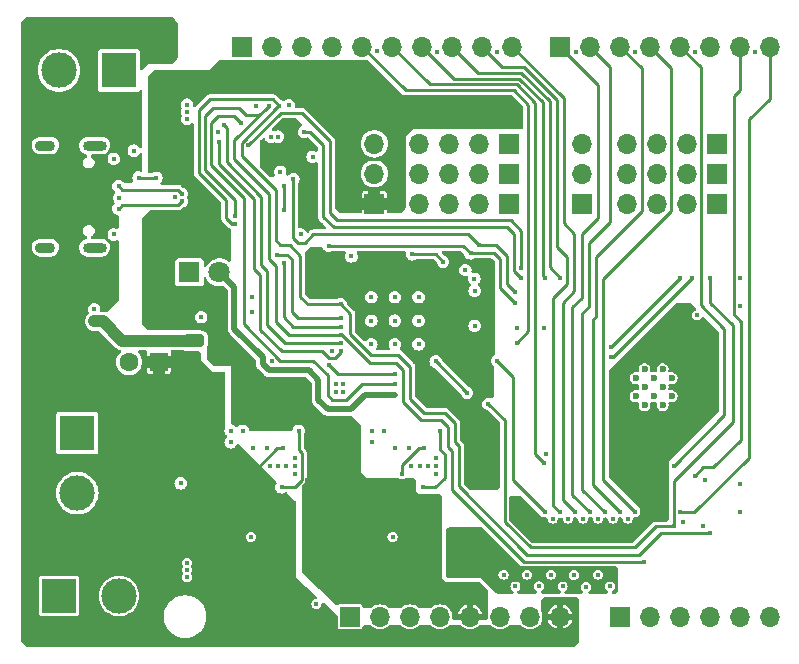
<source format=gbr>
%TF.GenerationSoftware,KiCad,Pcbnew,7.0.1*%
%TF.CreationDate,2023-09-13T21:21:08+01:00*%
%TF.ProjectId,101 PCB,31303120-5043-4422-9e6b-696361645f70,rev?*%
%TF.SameCoordinates,Original*%
%TF.FileFunction,Copper,L4,Bot*%
%TF.FilePolarity,Positive*%
%FSLAX46Y46*%
G04 Gerber Fmt 4.6, Leading zero omitted, Abs format (unit mm)*
G04 Created by KiCad (PCBNEW 7.0.1) date 2023-09-13 21:21:08*
%MOMM*%
%LPD*%
G01*
G04 APERTURE LIST*
%TA.AperFunction,ComponentPad*%
%ADD10R,1.700000X1.700000*%
%TD*%
%TA.AperFunction,ComponentPad*%
%ADD11O,1.700000X1.700000*%
%TD*%
%TA.AperFunction,ComponentPad*%
%ADD12O,2.000000X0.900000*%
%TD*%
%TA.AperFunction,ComponentPad*%
%ADD13O,1.700000X0.900000*%
%TD*%
%TA.AperFunction,HeatsinkPad*%
%ADD14C,0.600000*%
%TD*%
%TA.AperFunction,ComponentPad*%
%ADD15R,1.600000X1.600000*%
%TD*%
%TA.AperFunction,ComponentPad*%
%ADD16C,1.600000*%
%TD*%
%TA.AperFunction,ComponentPad*%
%ADD17R,3.000000X3.000000*%
%TD*%
%TA.AperFunction,ComponentPad*%
%ADD18C,3.000000*%
%TD*%
%TA.AperFunction,ComponentPad*%
%ADD19R,1.800000X1.800000*%
%TD*%
%TA.AperFunction,ComponentPad*%
%ADD20C,1.800000*%
%TD*%
%TA.AperFunction,ViaPad*%
%ADD21C,0.450000*%
%TD*%
%TA.AperFunction,Conductor*%
%ADD22C,0.250000*%
%TD*%
%TA.AperFunction,Conductor*%
%ADD23C,0.500000*%
%TD*%
%TA.AperFunction,Conductor*%
%ADD24C,1.000000*%
%TD*%
G04 APERTURE END LIST*
D10*
%TO.P,J106,1,Pin_1*%
%TO.N,VDDIO1*%
X166630000Y-75750000D03*
D11*
%TO.P,J106,2,Pin_2*%
X164090000Y-75750000D03*
%TO.P,J106,3,Pin_3*%
X161550000Y-75750000D03*
%TO.P,J106,4,Pin_4*%
X159010000Y-75750000D03*
%TD*%
D12*
%TO.P,J101,S1,SHIELD*%
%TO.N,unconnected-(J101-SHIELD-PadS1)*%
X113970000Y-73375000D03*
%TO.P,J101,S2,SHIELD*%
%TO.N,unconnected-(J101-SHIELD-PadS2)*%
X113970000Y-82025000D03*
D13*
%TO.P,J101,S3,SHIELD*%
%TO.N,unconnected-(J101-SHIELD-PadS3)*%
X109800000Y-73375000D03*
%TO.P,J101,S4,SHIELD*%
%TO.N,unconnected-(J101-SHIELD-PadS4)*%
X109800000Y-82025000D03*
%TD*%
D10*
%TO.P,J108,1,Pin_1*%
%TO.N,GND*%
X166630000Y-73210000D03*
D11*
%TO.P,J108,2,Pin_2*%
X164090000Y-73210000D03*
%TO.P,J108,3,Pin_3*%
X161550000Y-73210000D03*
%TO.P,J108,4,Pin_4*%
X159010000Y-73210000D03*
%TD*%
D10*
%TO.P,J1,1,Pin_1*%
%TO.N,SCL*%
X126460000Y-65001000D03*
D11*
%TO.P,J1,2,Pin_2*%
%TO.N,SDA*%
X129000000Y-65001000D03*
%TO.P,J1,3,Pin_3*%
%TO.N,+3.3V*%
X131540000Y-65001000D03*
%TO.P,J1,4,Pin_4*%
%TO.N,GND*%
X134080000Y-65001000D03*
%TO.P,J1,5,Pin_5*%
%TO.N,GPIO13*%
X136620000Y-65001000D03*
%TO.P,J1,6,Pin_6*%
%TO.N,GPIO2*%
X139160000Y-65001000D03*
%TO.P,J1,7,Pin_7*%
%TO.N,GPIO12*%
X141700000Y-65001000D03*
%TO.P,J1,8,Pin_8*%
%TO.N,GPIO14*%
X144240000Y-65001000D03*
%TO.P,J1,9,Pin_9*%
%TO.N,GPIO4*%
X146780000Y-65001000D03*
%TO.P,J1,10,Pin_10*%
%TO.N,GPIO16*%
X149320000Y-65001000D03*
%TD*%
D10*
%TO.P,J109,1,Pin_1*%
%TO.N,GND*%
X149090000Y-73210000D03*
D11*
%TO.P,J109,2,Pin_2*%
X146550000Y-73210000D03*
%TO.P,J109,3,Pin_3*%
X144010000Y-73210000D03*
%TO.P,J109,4,Pin_4*%
X141470000Y-73210000D03*
%TD*%
D10*
%TO.P,JP102,1,A*%
%TO.N,+5V*%
X137660000Y-78290000D03*
D11*
%TO.P,JP102,2,C*%
%TO.N,VDDIO2*%
X137660000Y-75750000D03*
%TO.P,JP102,3,B*%
%TO.N,VIN*%
X137660000Y-73210000D03*
%TD*%
D14*
%TO.P,U101,39,GND*%
%TO.N,GND*%
X162057500Y-92295000D03*
X160532500Y-92295000D03*
X162820000Y-93057500D03*
X161295000Y-93057500D03*
X159770000Y-93057500D03*
X162057500Y-93820000D03*
X160532500Y-93820000D03*
X162820000Y-94582500D03*
X161295000Y-94582500D03*
X159770000Y-94582500D03*
X162057500Y-95345000D03*
X160532500Y-95345000D03*
%TD*%
D15*
%TO.P,C119,1*%
%TO.N,VIN*%
X119405113Y-91700000D03*
D16*
%TO.P,C119,2*%
%TO.N,GND*%
X116905113Y-91700000D03*
%TD*%
D10*
%TO.P,J5,1,Pin_1*%
%TO.N,GPIO15*%
X158455000Y-113260000D03*
D11*
%TO.P,J5,2,Pin_2*%
%TO.N,GPIO27*%
X160995000Y-113260000D03*
%TO.P,J5,3,Pin_3*%
%TO.N,GPIO26*%
X163535000Y-113260000D03*
%TO.P,J5,4,Pin_4*%
%TO.N,GPIO25*%
X166075000Y-113260000D03*
%TO.P,J5,5,Pin_5*%
%TO.N,GPIO33*%
X168615000Y-113260000D03*
%TO.P,J5,6,Pin_6*%
%TO.N,GPIO32*%
X171155000Y-113260000D03*
%TD*%
D10*
%TO.P,J105,1,Pin_1*%
%TO.N,S4*%
X149090000Y-78290000D03*
D11*
%TO.P,J105,2,Pin_2*%
%TO.N,S5*%
X146550000Y-78290000D03*
%TO.P,J105,3,Pin_3*%
%TO.N,S6*%
X144010000Y-78290000D03*
%TO.P,J105,4,Pin_4*%
%TO.N,S7*%
X141470000Y-78290000D03*
%TD*%
D17*
%TO.P,J102,1,Pin_1*%
%TO.N,/M1_OUT1*%
X110960000Y-111500000D03*
D18*
%TO.P,J102,2,Pin_2*%
%TO.N,/M1_OUT2*%
X116040000Y-111500000D03*
%TD*%
D10*
%TO.P,J107,1,Pin_1*%
%TO.N,VDDIO2*%
X149090000Y-75750000D03*
D11*
%TO.P,J107,2,Pin_2*%
X146550000Y-75750000D03*
%TO.P,J107,3,Pin_3*%
X144010000Y-75750000D03*
%TO.P,J107,4,Pin_4*%
X141470000Y-75750000D03*
%TD*%
D10*
%TO.P,J104,1,Pin_1*%
%TO.N,S0*%
X166630000Y-78290000D03*
D11*
%TO.P,J104,2,Pin_2*%
%TO.N,S1*%
X164090000Y-78290000D03*
%TO.P,J104,3,Pin_3*%
%TO.N,S2*%
X161550000Y-78290000D03*
%TO.P,J104,4,Pin_4*%
%TO.N,S3*%
X159010000Y-78290000D03*
%TD*%
D10*
%TO.P,J3,1,Pin_1*%
%TO.N,GPIO17*%
X153382000Y-65003000D03*
D11*
%TO.P,J3,2,Pin_2*%
%TO.N,GPIO5*%
X155922000Y-65003000D03*
%TO.P,J3,3,Pin_3*%
%TO.N,GPIO18*%
X158462000Y-65003000D03*
%TO.P,J3,4,Pin_4*%
%TO.N,GPIO19*%
X161002000Y-65003000D03*
%TO.P,J3,5,Pin_5*%
%TO.N,GPIO23*%
X163542000Y-65003000D03*
%TO.P,J3,6,Pin_6*%
%TO.N,IO0*%
X166082000Y-65003000D03*
%TO.P,J3,7,Pin_7*%
%TO.N,ESP32_TX*%
X168622000Y-65003000D03*
%TO.P,J3,8,Pin_8*%
%TO.N,ESP32_RX*%
X171162000Y-65003000D03*
%TD*%
D10*
%TO.P,JP101,1,A*%
%TO.N,+5V*%
X155200000Y-78290000D03*
D11*
%TO.P,JP101,2,C*%
%TO.N,VDDIO1*%
X155200000Y-75750000D03*
%TO.P,JP101,3,B*%
%TO.N,VIN*%
X155200000Y-73210000D03*
%TD*%
D10*
%TO.P,J4,1,Pin_1*%
%TO.N,unconnected-(J4-Pin_1-Pad1)*%
X135597000Y-113264000D03*
D11*
%TO.P,J4,2,Pin_2*%
%TO.N,+3.3V*%
X138137000Y-113264000D03*
%TO.P,J4,3,Pin_3*%
%TO.N,EN*%
X140677000Y-113264000D03*
%TO.P,J4,4,Pin_4*%
%TO.N,+3.3V*%
X143217000Y-113264000D03*
%TO.P,J4,5,Pin_5*%
%TO.N,+5V*%
X145757000Y-113264000D03*
%TO.P,J4,6,Pin_6*%
%TO.N,GND*%
X148297000Y-113264000D03*
%TO.P,J4,7,Pin_7*%
X150837000Y-113264000D03*
%TO.P,J4,8,Pin_8*%
%TO.N,VIN*%
X153377000Y-113264000D03*
%TD*%
D17*
%TO.P,J103,1,Pin_1*%
%TO.N,/M2_OUT1*%
X116040000Y-67000000D03*
D18*
%TO.P,J103,2,Pin_2*%
%TO.N,/M2_OUT2*%
X110960000Y-67000000D03*
%TD*%
D17*
%TO.P,J110,1,Pin_1*%
%TO.N,+BATT*%
X112500000Y-97710000D03*
D18*
%TO.P,J110,2,Pin_2*%
%TO.N,GND*%
X112500000Y-102790000D03*
%TD*%
D19*
%TO.P,D1,1,K*%
%TO.N,/STM_LED_K*%
X122000000Y-84100000D03*
D20*
%TO.P,D1,2,A*%
%TO.N,/STM_LED_A*%
X124540000Y-84100000D03*
%TD*%
D21*
%TO.N,CC1*%
X117700000Y-76075500D03*
X119200000Y-76100000D03*
X130000000Y-78800000D03*
X134800000Y-88700000D03*
X130000000Y-83300000D03*
X130000000Y-76800000D03*
%TO.N,CC2*%
X129400000Y-82600000D03*
X134800000Y-88000000D03*
%TO.N,NRST*%
X139400000Y-92700000D03*
X133803000Y-91925000D03*
%TO.N,VBUS{slash}11*%
X149600000Y-85800000D03*
X130800000Y-76200000D03*
X157700000Y-90437844D03*
X163555000Y-84582844D03*
X146500000Y-81800000D03*
%TO.N,GND*%
X117300000Y-73800000D03*
X168635000Y-86926498D03*
X120747361Y-77747361D03*
X127315625Y-86179000D03*
X135720000Y-82755604D03*
X128900000Y-72612500D03*
X134050513Y-90783451D03*
X155300000Y-104950000D03*
X148051000Y-65448000D03*
X125500000Y-97500000D03*
X140800000Y-100500000D03*
X115600000Y-74500000D03*
X130900000Y-100500000D03*
X128600000Y-99000000D03*
X145357567Y-83902916D03*
X146143293Y-88617500D03*
X159100000Y-104950000D03*
X130900000Y-99800000D03*
X155550000Y-110750000D03*
X125500000Y-98500000D03*
X137500000Y-97500000D03*
X154550000Y-109750000D03*
X139400000Y-86200000D03*
X126500000Y-97500000D03*
X129500000Y-100500000D03*
X137901000Y-65398000D03*
X152600000Y-109700000D03*
X152160000Y-99499500D03*
X132750000Y-112179633D03*
X149600000Y-110700000D03*
X137500000Y-98500000D03*
X127330513Y-87449000D03*
X130900000Y-101200000D03*
X149712052Y-88790000D03*
X121250000Y-101965208D03*
X139400000Y-88200000D03*
X138500000Y-97500000D03*
X132426407Y-74330000D03*
X142900000Y-100500000D03*
X129500000Y-72612500D03*
X165462000Y-105596000D03*
X127400000Y-99000000D03*
X148600000Y-109700000D03*
X121800000Y-109300000D03*
X128963229Y-91636771D03*
X168635000Y-104428589D03*
X152000000Y-88790000D03*
X134400000Y-93600000D03*
X154697000Y-65454000D03*
X134400000Y-94200000D03*
X152750000Y-104950000D03*
X141400000Y-88200000D03*
X154050000Y-104950000D03*
X137400000Y-88200000D03*
X159751000Y-65448000D03*
X142900000Y-99800000D03*
X141400000Y-86200000D03*
X165000000Y-87750000D03*
X168635000Y-84569199D03*
X141500000Y-100500000D03*
X146123176Y-84637500D03*
X156600000Y-104950000D03*
X164801000Y-65448000D03*
X130425000Y-69956000D03*
X141400000Y-90200000D03*
X139400000Y-99000000D03*
X139400000Y-90200000D03*
X163750000Y-105250000D03*
X168635000Y-102066274D03*
X135000000Y-93600000D03*
X128800000Y-100500000D03*
X130200000Y-100500000D03*
X157600000Y-110700000D03*
X135000000Y-94200000D03*
X139200000Y-106500000D03*
X123000000Y-87900000D03*
X140600000Y-99000000D03*
X156600000Y-109700000D03*
X157850000Y-104950000D03*
X115600000Y-80900000D03*
X137400000Y-86200000D03*
X150600000Y-109700000D03*
X127659000Y-70041000D03*
X169901000Y-65448000D03*
X146142473Y-85660443D03*
X121800000Y-71100000D03*
X124450000Y-72250000D03*
X142200000Y-100500000D03*
X142900000Y-101200000D03*
X121800000Y-69900000D03*
X137400000Y-90200000D03*
X129677638Y-75592170D03*
X121800000Y-70500000D03*
X151600000Y-110700000D03*
X113933210Y-87250000D03*
X165619000Y-101669000D03*
X153600000Y-110700000D03*
X116049500Y-77800000D03*
X142951000Y-65448000D03*
X121800000Y-108700000D03*
X127200000Y-106500000D03*
X121800000Y-109900000D03*
X131410000Y-80900000D03*
%TO.N,/5V_SW*%
X131258156Y-97520000D03*
X129800000Y-102300000D03*
%TO.N,+5V*%
X148700000Y-71500000D03*
X135100000Y-102300000D03*
X146700000Y-70500000D03*
X147700000Y-70500000D03*
X135100000Y-103300000D03*
X135100000Y-105300000D03*
X135100000Y-104300000D03*
X148700000Y-69500000D03*
X133100000Y-102300000D03*
X146700000Y-71500000D03*
X148700000Y-70500000D03*
X149700000Y-70500000D03*
X147700000Y-71500000D03*
X134100000Y-102300000D03*
X147700000Y-69500000D03*
X146700000Y-69500000D03*
X149700000Y-71500000D03*
%TO.N,/3V3_SW*%
X143258156Y-97520000D03*
X141800000Y-102300000D03*
%TO.N,+3.3V*%
X121800000Y-90200000D03*
X132400000Y-78700000D03*
X146200000Y-100000000D03*
X123000000Y-89600000D03*
X166500000Y-89250000D03*
X145200000Y-108200000D03*
X144400000Y-83900000D03*
X132400000Y-80100000D03*
X160600000Y-104700000D03*
X159000000Y-106000000D03*
X132400000Y-79400000D03*
X134500000Y-82900000D03*
X134500000Y-83900000D03*
X150000000Y-104000000D03*
X121800000Y-89600000D03*
X152000000Y-106000000D03*
X130200000Y-71200000D03*
X131300000Y-75300000D03*
X113952329Y-88250000D03*
X152600000Y-110700000D03*
X149600000Y-109700000D03*
X146145507Y-86619014D03*
X132300000Y-76500000D03*
X133500000Y-83900000D03*
X157000000Y-106000000D03*
X123000000Y-90200000D03*
X164200000Y-87100000D03*
X148600000Y-110700000D03*
X132300000Y-75500000D03*
X133100000Y-80100000D03*
X128720000Y-75592033D03*
X144200000Y-108200000D03*
X154000000Y-106000000D03*
X150600000Y-110700000D03*
X122400000Y-90200000D03*
X131700000Y-79400000D03*
X157600000Y-109700000D03*
X151600000Y-109700000D03*
X146200000Y-99100000D03*
X146200000Y-100900000D03*
X151000000Y-105000000D03*
X132439493Y-73370000D03*
X146200000Y-101800000D03*
X132500000Y-83900000D03*
X156600000Y-110700000D03*
X130700000Y-74800000D03*
X144200000Y-107200000D03*
X133500000Y-82900000D03*
X146200000Y-98200000D03*
X122400000Y-89600000D03*
X136680000Y-82767611D03*
X130600000Y-74100000D03*
X154600000Y-110700000D03*
X163300000Y-87100000D03*
X145200000Y-107200000D03*
X156000000Y-106000000D03*
X151000000Y-106000000D03*
X159900000Y-105500000D03*
X161400000Y-104700000D03*
X146200000Y-106200000D03*
X155600000Y-109700000D03*
X145300000Y-97400000D03*
X114653545Y-88250000D03*
X145200000Y-106200000D03*
X153000000Y-106000000D03*
X165750000Y-88500000D03*
X155000000Y-106000000D03*
X145300000Y-98200000D03*
X150000000Y-105000000D03*
X158000000Y-106000000D03*
X132500000Y-82900000D03*
X144200000Y-106200000D03*
X131700000Y-80100000D03*
X153600000Y-109700000D03*
X131700000Y-78700000D03*
X146200000Y-107200000D03*
%TO.N,USB_DP*%
X121353453Y-78099999D03*
X116000000Y-78700000D03*
%TO.N,USB_DN*%
X121353453Y-77449999D03*
X116000000Y-76800000D03*
%TO.N,EN*%
X166095582Y-84575867D03*
X163000000Y-105600000D03*
X147320000Y-95250000D03*
%TO.N,SDA*%
X125900000Y-79300000D03*
X128700000Y-70000000D03*
X160485000Y-108600000D03*
X134800000Y-89400000D03*
%TO.N,SCL*%
X166095000Y-106200000D03*
X134800000Y-86800000D03*
X125900000Y-80000000D03*
X129587500Y-70000000D03*
%TO.N,IMU_INT1*%
X150100000Y-83700000D03*
X126962500Y-73350000D03*
%TO.N,IMU_INT2*%
X131700000Y-72212500D03*
X150100000Y-84600000D03*
%TO.N,ESP32_RX*%
X163555000Y-104432301D03*
%TO.N,ESP32_TX*%
X164825000Y-101312197D03*
%TO.N,GPIO5*%
X157205000Y-104423128D03*
%TO.N,GPIO23*%
X163000000Y-100500000D03*
%TO.N,GPIO19*%
X159745000Y-104426075D03*
%TO.N,GPIO18*%
X158475000Y-104421663D03*
%TO.N,GPIO14*%
X153395000Y-84570217D03*
%TO.N,GPIO12*%
X152125000Y-84579888D03*
%TO.N,GPIO13*%
X149696709Y-90059341D03*
%TO.N,GPIO2*%
X152045825Y-100220000D03*
%TO.N,IO0*%
X148050000Y-91600000D03*
X152125000Y-104427058D03*
%TO.N,GPIO4*%
X153395000Y-104430948D03*
%TO.N,GPIO16*%
X154665000Y-104426314D03*
%TO.N,GPIO17*%
X155935000Y-104427779D03*
%TO.N,MOTOR_SLEEP*%
X139400000Y-93600000D03*
X126400000Y-71500000D03*
%TO.N,M2_IN2*%
X124900000Y-71600000D03*
X134800000Y-90100000D03*
%TO.N,M2_IN1*%
X134800000Y-90800000D03*
X124500000Y-73100000D03*
%TO.N,S3*%
X143472000Y-83200000D03*
X140861000Y-82582000D03*
%TO.N,/STM_LED_A*%
X139400000Y-94500000D03*
%TO.N,VIN*%
X111500000Y-92500000D03*
X129888850Y-98972203D03*
X140000000Y-101200000D03*
X119250000Y-65500000D03*
X119250000Y-64500000D03*
X114500000Y-92500000D03*
X118250000Y-63500000D03*
X116000000Y-94000000D03*
X120250000Y-64500000D03*
X120250000Y-63500000D03*
X117500000Y-94000000D03*
X113000000Y-94000000D03*
X111500000Y-94000000D03*
X117250000Y-63500000D03*
X120250000Y-65500000D03*
X114500000Y-94000000D03*
X119250000Y-63500000D03*
X113000000Y-92500000D03*
X116250000Y-63500000D03*
X141888850Y-98972203D03*
%TO.N,/STM32_EN*%
X142850000Y-91650000D03*
X145500000Y-94300000D03*
%TO.N,VIN{slash}11*%
X133790000Y-81880000D03*
X164591790Y-84574456D03*
X145800000Y-82500000D03*
X157700000Y-91283123D03*
X149600000Y-86700000D03*
%TD*%
D22*
%TO.N,CC1*%
X130000000Y-87900000D02*
X130800000Y-88700000D01*
X130000000Y-78800000D02*
X130000000Y-76800000D01*
X117724500Y-76100000D02*
X117700000Y-76075500D01*
X130000000Y-83300000D02*
X130000000Y-87900000D01*
X119200000Y-76100000D02*
X117724500Y-76100000D01*
X130800000Y-88700000D02*
X134800000Y-88700000D01*
%TO.N,CC2*%
X130700000Y-87500000D02*
X131200000Y-88000000D01*
X130300000Y-82600000D02*
X130700000Y-83000000D01*
X131200000Y-88000000D02*
X134800000Y-88000000D01*
X129400000Y-82600000D02*
X130300000Y-82600000D01*
X130700000Y-83000000D02*
X130700000Y-87500000D01*
%TO.N,NRST*%
X134578000Y-92700000D02*
X139400000Y-92700000D01*
X133803000Y-91925000D02*
X134578000Y-92700000D01*
%TO.N,VBUS{slash}11*%
X131200000Y-81600000D02*
X130800000Y-81200000D01*
X131800000Y-81600000D02*
X131200000Y-81600000D01*
X148900000Y-85100000D02*
X149600000Y-85800000D01*
X148000000Y-81800000D02*
X148900000Y-82700000D01*
X148900000Y-82700000D02*
X148900000Y-85100000D01*
X157700000Y-90437844D02*
X163555000Y-84582844D01*
X146500000Y-81800000D02*
X148000000Y-81800000D01*
X146500000Y-81800000D02*
X145600000Y-80900000D01*
X130800000Y-81200000D02*
X130800000Y-76200000D01*
X132500000Y-80900000D02*
X131800000Y-81600000D01*
X145600000Y-80900000D02*
X132500000Y-80900000D01*
%TO.N,/5V_SW*%
X130900000Y-102300000D02*
X129800000Y-102300000D01*
X131500000Y-101700000D02*
X130900000Y-102300000D01*
X131500000Y-99400000D02*
X131500000Y-101700000D01*
X131258156Y-99158156D02*
X131500000Y-99400000D01*
X131258156Y-97520000D02*
X131258156Y-99158156D01*
%TO.N,+5V*%
X136900000Y-74500000D02*
X138600000Y-74500000D01*
%TO.N,/3V3_SW*%
X143600000Y-101500000D02*
X142800000Y-102300000D01*
X143600000Y-99500000D02*
X143600000Y-101500000D01*
X143258156Y-99158156D02*
X143600000Y-99500000D01*
X142800000Y-102300000D02*
X141800000Y-102300000D01*
X143258156Y-97520000D02*
X143258156Y-99158156D01*
D23*
%TO.N,+3.3V*%
X121800000Y-90200000D02*
X121800000Y-89900000D01*
D24*
X116303545Y-89900000D02*
X114653545Y-88250000D01*
X121800000Y-89900000D02*
X116303545Y-89900000D01*
D23*
X121800000Y-90200000D02*
X122400000Y-89600000D01*
D24*
X114653545Y-88250000D02*
X113952329Y-88250000D01*
D23*
X123000000Y-90200000D02*
X122400000Y-90200000D01*
X122400000Y-90200000D02*
X121800000Y-90200000D01*
X121800000Y-89600000D02*
X122400000Y-89600000D01*
X123000000Y-89600000D02*
X122400000Y-89600000D01*
X123000000Y-90200000D02*
X123000000Y-89600000D01*
X122400000Y-90200000D02*
X121800000Y-89600000D01*
X121800000Y-89900000D02*
X121800000Y-89600000D01*
X122400000Y-90200000D02*
X123000000Y-89600000D01*
D22*
%TO.N,USB_DP*%
X116300000Y-78400000D02*
X116000000Y-78700000D01*
X121353453Y-78099999D02*
X121053452Y-78400000D01*
X121053452Y-78400000D02*
X116300000Y-78400000D01*
%TO.N,USB_DN*%
X116000000Y-76800000D02*
X116000000Y-76825000D01*
X116300000Y-77100000D02*
X116000000Y-76800000D01*
X121003454Y-77100000D02*
X116300000Y-77100000D01*
X121353453Y-77449999D02*
X121003454Y-77100000D01*
%TO.N,EN*%
X148700000Y-105200000D02*
X148700000Y-96630000D01*
X168000000Y-96800000D02*
X168000000Y-88600000D01*
X166095000Y-86695000D02*
X166095000Y-84505000D01*
X163000000Y-105600000D02*
X161500000Y-105600000D01*
X161500000Y-105600000D02*
X159700000Y-107400000D01*
X163000000Y-101800000D02*
X168000000Y-96800000D01*
X159700000Y-107400000D02*
X150900000Y-107400000D01*
X163000000Y-105600000D02*
X163000000Y-101800000D01*
X168000000Y-88600000D02*
X166095000Y-86695000D01*
X148700000Y-96630000D02*
X147320000Y-95250000D01*
X150900000Y-107400000D02*
X148700000Y-105200000D01*
%TO.N,SDA*%
X126751000Y-70789000D02*
X126181000Y-70219000D01*
X140100000Y-92400000D02*
X139500000Y-91800000D01*
X150300000Y-108600000D02*
X144200000Y-102500000D01*
X160485000Y-108600000D02*
X150300000Y-108600000D01*
X129300000Y-83600000D02*
X128700000Y-83000000D01*
X134877818Y-89400000D02*
X134800000Y-89400000D01*
X137277818Y-91800000D02*
X134877818Y-89400000D01*
X134800000Y-89400000D02*
X130400000Y-89400000D01*
X128700000Y-83000000D02*
X128700000Y-77450000D01*
X140100000Y-95100000D02*
X140100000Y-92400000D01*
X123981000Y-70219000D02*
X123300000Y-70900000D01*
X129300000Y-88300000D02*
X129300000Y-83600000D01*
X144200000Y-99200000D02*
X143900000Y-98900000D01*
X125800000Y-74550000D02*
X125800000Y-72900000D01*
X139500000Y-91800000D02*
X137277818Y-91800000D01*
X126181000Y-70219000D02*
X123981000Y-70219000D01*
X143300000Y-96600000D02*
X141600000Y-96600000D01*
X128700000Y-77450000D02*
X125800000Y-74550000D01*
X144200000Y-102500000D02*
X144200000Y-99200000D01*
X143900000Y-98900000D02*
X143900000Y-97200000D01*
X125800000Y-72900000D02*
X128700000Y-70000000D01*
X123300000Y-75400000D02*
X125900000Y-78000000D01*
X127911000Y-70789000D02*
X126751000Y-70789000D01*
X123300000Y-70900000D02*
X123300000Y-75400000D01*
X125900000Y-78000000D02*
X125900000Y-79300000D01*
X141600000Y-96600000D02*
X140100000Y-95100000D01*
X130400000Y-89400000D02*
X129300000Y-88300000D01*
X128700000Y-70000000D02*
X127911000Y-70789000D01*
X143900000Y-97200000D02*
X143300000Y-96600000D01*
%TO.N,SCL*%
X129037500Y-69450000D02*
X123750000Y-69450000D01*
X131400000Y-86200000D02*
X131400000Y-82700000D01*
X129300000Y-81400000D02*
X129300000Y-77100000D01*
X122800000Y-75700000D02*
X125100000Y-78000000D01*
X141900000Y-96000000D02*
X140700000Y-94800000D01*
X140700000Y-92100000D02*
X139700000Y-91100000D01*
X144500000Y-96900000D02*
X143600000Y-96000000D01*
X161900000Y-106200000D02*
X160100000Y-108000000D01*
X135600000Y-89300000D02*
X135600000Y-87600000D01*
X160100000Y-108000000D02*
X150600000Y-108000000D01*
X125600000Y-80000000D02*
X125900000Y-80000000D01*
X144800000Y-98800000D02*
X144500000Y-98500000D01*
X131400000Y-82700000D02*
X130500000Y-81800000D01*
X123750000Y-69450000D02*
X122800000Y-70400000D01*
X125100000Y-79500000D02*
X125600000Y-80000000D01*
X126412500Y-74212500D02*
X129300000Y-77100000D01*
X129700000Y-81800000D02*
X129300000Y-81400000D01*
X129587500Y-70000000D02*
X129534682Y-70000000D01*
X125100000Y-78000000D02*
X125100000Y-79500000D01*
X126412500Y-73122182D02*
X126412500Y-74212500D01*
X130500000Y-81800000D02*
X129700000Y-81800000D01*
X144500000Y-98500000D02*
X144500000Y-96900000D01*
X129534682Y-70000000D02*
X126412500Y-73122182D01*
X144800000Y-102200000D02*
X144800000Y-98800000D01*
X140700000Y-94800000D02*
X140700000Y-92100000D01*
X137400000Y-91100000D02*
X135600000Y-89300000D01*
X134800000Y-86800000D02*
X132000000Y-86800000D01*
X143600000Y-96000000D02*
X141900000Y-96000000D01*
X122800000Y-70400000D02*
X122800000Y-75700000D01*
X135600000Y-87600000D02*
X134800000Y-86800000D01*
X132000000Y-86800000D02*
X131400000Y-86200000D01*
X139700000Y-91100000D02*
X137400000Y-91100000D01*
X129587500Y-70000000D02*
X129037500Y-69450000D01*
X166095000Y-106200000D02*
X161900000Y-106200000D01*
X150600000Y-108000000D02*
X144800000Y-102200000D01*
%TO.N,IMU_INT1*%
X134500000Y-79700000D02*
X149200000Y-79700000D01*
X133900000Y-79100000D02*
X134500000Y-79700000D01*
X131500000Y-70600000D02*
X133900000Y-73000000D01*
X133900000Y-73000000D02*
X133900000Y-79100000D01*
X149200000Y-79700000D02*
X150100000Y-80600000D01*
X126962500Y-73350000D02*
X129712500Y-70600000D01*
X129712500Y-70600000D02*
X131500000Y-70600000D01*
X150100000Y-80600000D02*
X150100000Y-83700000D01*
%TO.N,IMU_INT2*%
X148900000Y-80300000D02*
X149500000Y-80900000D01*
X149500000Y-84000000D02*
X150100000Y-84600000D01*
X133300000Y-73300000D02*
X133300000Y-79400000D01*
X131700000Y-72212500D02*
X132212500Y-72212500D01*
X134200000Y-80300000D02*
X148900000Y-80300000D01*
X149500000Y-80900000D02*
X149500000Y-84000000D01*
X133300000Y-79400000D02*
X134200000Y-80300000D01*
X132212500Y-72212500D02*
X133300000Y-73300000D01*
%TO.N,ESP32_RX*%
X164761699Y-104432301D02*
X169400000Y-99794000D01*
X169400000Y-99794000D02*
X169400000Y-71146000D01*
X171160000Y-69386000D02*
X171160000Y-65000000D01*
X169400000Y-71146000D02*
X171160000Y-69386000D01*
X163555000Y-104432301D02*
X164761699Y-104432301D01*
%TO.N,ESP32_TX*%
X164825000Y-101312197D02*
X165516197Y-100621000D01*
X168622000Y-68627000D02*
X168622000Y-65003000D01*
X166356000Y-100621000D02*
X168700000Y-98277000D01*
X165516197Y-100621000D02*
X166356000Y-100621000D01*
X168085000Y-69164000D02*
X168622000Y-68627000D01*
X168700000Y-98277000D02*
X168700000Y-88284658D01*
X168085000Y-87669658D02*
X168085000Y-69164000D01*
X168700000Y-88284658D02*
X168085000Y-87669658D01*
%TO.N,GPIO5*%
X157600000Y-79850000D02*
X157600000Y-66681000D01*
X155281000Y-87572000D02*
X155800000Y-87053000D01*
X157600000Y-66681000D02*
X155920000Y-65001000D01*
X155800000Y-81650000D02*
X157600000Y-79850000D01*
X155281000Y-102499128D02*
X155281000Y-87572000D01*
X155800000Y-87053000D02*
X155800000Y-81650000D01*
X157205000Y-104423128D02*
X155281000Y-102499128D01*
%TO.N,GPIO23*%
X165300000Y-66761000D02*
X163542000Y-65003000D01*
X163000000Y-100500000D02*
X167300000Y-96200000D01*
X167300000Y-96200000D02*
X167300000Y-88900000D01*
X167300000Y-88900000D02*
X165300000Y-86900000D01*
X165300000Y-86900000D02*
X165300000Y-66761000D01*
%TO.N,GPIO19*%
X162800000Y-78900000D02*
X157000000Y-84700000D01*
X157000000Y-101681075D02*
X159745000Y-104426075D01*
X161000000Y-65001000D02*
X162800000Y-66801000D01*
X157000000Y-84700000D02*
X157000000Y-101681075D01*
X162800000Y-66801000D02*
X162800000Y-78900000D01*
%TO.N,GPIO18*%
X160300000Y-66841000D02*
X158460000Y-65001000D01*
X156202000Y-88057000D02*
X156400000Y-87859000D01*
X156400000Y-82800000D02*
X160300000Y-78900000D01*
X156400000Y-87859000D02*
X156400000Y-82800000D01*
X160300000Y-78900000D02*
X160300000Y-66841000D01*
X156202000Y-102148663D02*
X156202000Y-88057000D01*
X158475000Y-104421663D02*
X156202000Y-102148663D01*
%TO.N,GPIO14*%
X150100000Y-67200000D02*
X152500000Y-69600000D01*
X144240000Y-65001000D02*
X146439000Y-67200000D01*
X152500000Y-83675217D02*
X153395000Y-84570217D01*
X146439000Y-67200000D02*
X150100000Y-67200000D01*
X152500000Y-69600000D02*
X152500000Y-83675217D01*
%TO.N,GPIO12*%
X151900000Y-69700000D02*
X151900000Y-84354888D01*
X141700000Y-65001000D02*
X144399000Y-67700000D01*
X149900000Y-67700000D02*
X151900000Y-69700000D01*
X151900000Y-84354888D02*
X152125000Y-84579888D01*
X144399000Y-67700000D02*
X149900000Y-67700000D01*
%TO.N,GPIO13*%
X149696709Y-90059341D02*
X150700000Y-89056050D01*
X149500000Y-68700000D02*
X140319000Y-68700000D01*
X140319000Y-68700000D02*
X136620000Y-65001000D01*
X150700000Y-69900000D02*
X149500000Y-68700000D01*
X150700000Y-89056050D02*
X150700000Y-69900000D01*
%TO.N,GPIO2*%
X151300000Y-99474175D02*
X152045825Y-100220000D01*
X149700000Y-68200000D02*
X151300000Y-69800000D01*
X151300000Y-69800000D02*
X151300000Y-99474175D01*
X139160000Y-65001000D02*
X142359000Y-68200000D01*
X142359000Y-68200000D02*
X149700000Y-68200000D01*
%TO.N,IO0*%
X149400000Y-92950000D02*
X148050000Y-91600000D01*
X152125000Y-104427058D02*
X149400000Y-101702058D01*
X149400000Y-101702058D02*
X149400000Y-92950000D01*
%TO.N,GPIO4*%
X152814000Y-103849948D02*
X153395000Y-104430948D01*
X150300000Y-66700000D02*
X153100000Y-69500000D01*
X153100000Y-69500000D02*
X153100000Y-81919000D01*
X154000000Y-85066000D02*
X152814000Y-86252000D01*
X152814000Y-86252000D02*
X152814000Y-103849948D01*
X154000000Y-82819000D02*
X154000000Y-85066000D01*
X153100000Y-81919000D02*
X154000000Y-82819000D01*
X146780000Y-65001000D02*
X148479000Y-66700000D01*
X148479000Y-66700000D02*
X150300000Y-66700000D01*
%TO.N,GPIO16*%
X153700000Y-69381000D02*
X153700000Y-79946000D01*
X153613000Y-103374314D02*
X154665000Y-104426314D01*
X149320000Y-65001000D02*
X153700000Y-69381000D01*
X154600000Y-80846000D02*
X154600000Y-85700000D01*
X153613000Y-86687000D02*
X153613000Y-103374314D01*
X154600000Y-85700000D02*
X153613000Y-86687000D01*
X153700000Y-79946000D02*
X154600000Y-80846000D01*
%TO.N,GPIO17*%
X156600000Y-79500000D02*
X156600000Y-68220000D01*
X155935000Y-104427779D02*
X154430000Y-102922779D01*
X155200000Y-80900000D02*
X156600000Y-79500000D01*
X154430000Y-102922779D02*
X154430000Y-87049000D01*
X154430000Y-87049000D02*
X155200000Y-86279000D01*
X156600000Y-68220000D02*
X153383000Y-65003000D01*
X155200000Y-86279000D02*
X155200000Y-80900000D01*
%TO.N,MOTOR_SLEEP*%
X126600000Y-88496431D02*
X129703569Y-91600000D01*
X135300000Y-94900000D02*
X136600000Y-93600000D01*
X129703569Y-91600000D02*
X132500000Y-91600000D01*
X133700000Y-94500000D02*
X134100000Y-94900000D01*
X132500000Y-91600000D02*
X133700000Y-92800000D01*
X123800000Y-71500000D02*
X123800000Y-75050000D01*
X136600000Y-93600000D02*
X139400000Y-93600000D01*
X126400000Y-71500000D02*
X125800000Y-70900000D01*
X125800000Y-70900000D02*
X124400000Y-70900000D01*
X134100000Y-94900000D02*
X135300000Y-94900000D01*
X123800000Y-75050000D02*
X126600000Y-77850000D01*
X124400000Y-70900000D02*
X123800000Y-71500000D01*
X126600000Y-77850000D02*
X126600000Y-88496431D01*
X133700000Y-92800000D02*
X133700000Y-94500000D01*
%TO.N,M2_IN2*%
X128100000Y-77700000D02*
X125200000Y-74800000D01*
X125200000Y-74800000D02*
X125200000Y-71900000D01*
X128100000Y-83500000D02*
X128100000Y-77700000D01*
X125200000Y-71900000D02*
X124900000Y-71600000D01*
X128600000Y-88600000D02*
X128600000Y-84000000D01*
X130100000Y-90100000D02*
X128600000Y-88600000D01*
X134800000Y-90100000D02*
X130100000Y-90100000D01*
X128600000Y-84000000D02*
X128100000Y-83500000D01*
%TO.N,M2_IN1*%
X124500000Y-74900000D02*
X127500000Y-77900000D01*
X134311216Y-91350000D02*
X134800000Y-90861216D01*
X127500000Y-77900000D02*
X127500000Y-83800000D01*
X133800000Y-91350000D02*
X134311216Y-91350000D01*
X129800000Y-90800000D02*
X133250000Y-90800000D01*
X124500000Y-73100000D02*
X124500000Y-74900000D01*
X128000000Y-89000000D02*
X129800000Y-90800000D01*
X128000000Y-84300000D02*
X128000000Y-89000000D01*
X134800000Y-90861216D02*
X134800000Y-90800000D01*
X127500000Y-83800000D02*
X128000000Y-84300000D01*
X133250000Y-90800000D02*
X133800000Y-91350000D01*
%TO.N,S3*%
X142854000Y-82582000D02*
X140861000Y-82582000D01*
X143472000Y-83200000D02*
X142854000Y-82582000D01*
D23*
%TO.N,/STM_LED_A*%
X128700000Y-92400000D02*
X132100000Y-92400000D01*
X125800000Y-88900000D02*
X128200000Y-91300000D01*
X135700000Y-95700000D02*
X136900000Y-94500000D01*
X132900000Y-93200000D02*
X132900000Y-94900000D01*
X132100000Y-92400000D02*
X132900000Y-93200000D01*
X128200000Y-91300000D02*
X128200000Y-91900000D01*
X133700000Y-95700000D02*
X135700000Y-95700000D01*
X128200000Y-91900000D02*
X128700000Y-92400000D01*
X124540000Y-84100000D02*
X125800000Y-85360000D01*
X132900000Y-94900000D02*
X133700000Y-95700000D01*
X136900000Y-94500000D02*
X139400000Y-94500000D01*
X125800000Y-85360000D02*
X125800000Y-88900000D01*
D22*
%TO.N,VIN*%
X141427797Y-98972203D02*
X141888850Y-98972203D01*
X140000000Y-101200000D02*
X140000000Y-100400000D01*
X129438888Y-98972203D02*
X129888850Y-98972203D01*
X140000000Y-100400000D02*
X141427797Y-98972203D01*
X127605546Y-100805545D02*
X129438888Y-98972203D01*
%TO.N,/STM32_EN*%
X145450000Y-94250000D02*
X145500000Y-94300000D01*
X145450000Y-94250000D02*
X142850000Y-91650000D01*
%TO.N,VIN{slash}11*%
X157700000Y-91283123D02*
X157883123Y-91283123D01*
X157883123Y-91283123D02*
X164591790Y-84574456D01*
X148300000Y-83000000D02*
X148300000Y-85400000D01*
X147800000Y-82500000D02*
X148300000Y-83000000D01*
X145800000Y-82500000D02*
X147800000Y-82500000D01*
X133790000Y-81880000D02*
X145180000Y-81880000D01*
X148300000Y-85400000D02*
X149600000Y-86700000D01*
X145180000Y-81880000D02*
X145800000Y-82500000D01*
%TD*%
%TA.AperFunction,Conductor*%
%TO.N,+3.3V*%
G36*
X133235507Y-82009439D02*
G01*
X133275736Y-82036319D01*
X133302615Y-82076548D01*
X133330975Y-82145018D01*
X133415208Y-82254791D01*
X133524979Y-82339022D01*
X133524982Y-82339024D01*
X133652817Y-82391974D01*
X133790000Y-82410035D01*
X133927183Y-82391974D01*
X134055018Y-82339024D01*
X134060208Y-82335041D01*
X134065314Y-82331124D01*
X134100942Y-82312081D01*
X134140800Y-82305500D01*
X135152062Y-82305500D01*
X135210515Y-82320142D01*
X135255164Y-82360609D01*
X135275465Y-82417345D01*
X135266623Y-82476952D01*
X135208026Y-82618420D01*
X135189965Y-82755604D01*
X135208025Y-82892784D01*
X135208025Y-82892786D01*
X135208026Y-82892787D01*
X135260976Y-83020622D01*
X135260977Y-83020624D01*
X135345208Y-83130395D01*
X135454979Y-83214626D01*
X135454982Y-83214628D01*
X135582817Y-83267578D01*
X135720000Y-83285639D01*
X135857183Y-83267578D01*
X135985018Y-83214628D01*
X136094791Y-83130395D01*
X136179024Y-83020622D01*
X136231974Y-82892787D01*
X136250035Y-82755604D01*
X136231974Y-82618421D01*
X136194263Y-82527377D01*
X136173377Y-82476952D01*
X136164535Y-82417345D01*
X136184836Y-82360609D01*
X136229485Y-82320142D01*
X136287938Y-82305500D01*
X140225973Y-82305500D01*
X140292598Y-82324920D01*
X140338355Y-82377096D01*
X140348911Y-82445684D01*
X140336934Y-82536663D01*
X140330965Y-82582000D01*
X140349025Y-82719180D01*
X140349025Y-82719182D01*
X140349026Y-82719183D01*
X140392943Y-82825209D01*
X140401977Y-82847020D01*
X140486208Y-82956791D01*
X140595979Y-83041022D01*
X140595982Y-83041024D01*
X140723817Y-83093974D01*
X140861000Y-83112035D01*
X140998183Y-83093974D01*
X141126018Y-83041024D01*
X141131208Y-83037041D01*
X141136314Y-83033124D01*
X141171942Y-83014081D01*
X141211800Y-83007500D01*
X142626390Y-83007500D01*
X142673843Y-83016939D01*
X142714071Y-83043819D01*
X142923073Y-83252821D01*
X142946603Y-83285656D01*
X142958330Y-83324312D01*
X142960024Y-83337180D01*
X143012975Y-83465018D01*
X143097208Y-83574791D01*
X143179454Y-83637901D01*
X143206982Y-83659024D01*
X143334817Y-83711974D01*
X143472000Y-83730035D01*
X143609183Y-83711974D01*
X143737018Y-83659024D01*
X143846791Y-83574791D01*
X143931024Y-83465018D01*
X143983974Y-83337183D01*
X144002035Y-83200000D01*
X143983974Y-83062817D01*
X143931024Y-82934983D01*
X143846791Y-82825209D01*
X143846789Y-82825207D01*
X143846788Y-82825206D01*
X143737018Y-82740975D01*
X143609180Y-82688024D01*
X143596312Y-82686330D01*
X143557656Y-82674603D01*
X143524821Y-82651073D01*
X143390929Y-82517181D01*
X143360679Y-82467818D01*
X143356137Y-82410102D01*
X143378292Y-82356615D01*
X143422315Y-82319015D01*
X143478610Y-82305500D01*
X144952390Y-82305500D01*
X144999843Y-82314939D01*
X145040071Y-82341819D01*
X145251073Y-82552821D01*
X145274603Y-82585656D01*
X145286330Y-82624312D01*
X145288024Y-82637180D01*
X145340975Y-82765018D01*
X145425208Y-82874791D01*
X145532072Y-82956791D01*
X145534982Y-82959024D01*
X145662817Y-83011974D01*
X145800000Y-83030035D01*
X145937183Y-83011974D01*
X146065018Y-82959024D01*
X146070208Y-82955041D01*
X146075314Y-82951124D01*
X146110942Y-82932081D01*
X146150800Y-82925500D01*
X147572390Y-82925500D01*
X147619843Y-82934939D01*
X147660071Y-82961819D01*
X147838181Y-83139929D01*
X147865061Y-83180157D01*
X147874500Y-83227610D01*
X147874500Y-85467393D01*
X147881962Y-85490359D01*
X147886502Y-85509270D01*
X147890281Y-85533126D01*
X147890281Y-85533127D01*
X147893354Y-85552525D01*
X147892946Y-85552589D01*
X147900000Y-85581970D01*
X147900000Y-91010481D01*
X147890561Y-91057934D01*
X147863680Y-91098163D01*
X147823454Y-91125040D01*
X147792105Y-91138026D01*
X147784983Y-91140976D01*
X147675209Y-91225209D01*
X147590974Y-91334985D01*
X147538026Y-91462816D01*
X147519965Y-91600000D01*
X147538025Y-91737180D01*
X147538025Y-91737182D01*
X147538026Y-91737183D01*
X147590940Y-91864930D01*
X147590977Y-91865020D01*
X147675206Y-91974788D01*
X147675207Y-91974789D01*
X147675209Y-91974791D01*
X147751489Y-92033323D01*
X147787212Y-92076853D01*
X147800000Y-92131697D01*
X147800000Y-94548638D01*
X147790561Y-94596091D01*
X147763680Y-94636320D01*
X147660577Y-94739421D01*
X147620349Y-94766300D01*
X147572898Y-94775739D01*
X147525446Y-94766301D01*
X147525444Y-94766300D01*
X147457183Y-94738026D01*
X147320000Y-94719965D01*
X147182816Y-94738026D01*
X147054985Y-94790974D01*
X146945209Y-94875209D01*
X146860974Y-94984985D01*
X146808026Y-95112816D01*
X146789965Y-95250000D01*
X146808025Y-95387180D01*
X146860977Y-95515020D01*
X146945208Y-95624791D01*
X147054979Y-95709022D01*
X147054982Y-95709024D01*
X147182817Y-95761974D01*
X147195682Y-95763667D01*
X147234339Y-95775393D01*
X147267177Y-95798925D01*
X148238181Y-96769929D01*
X148265061Y-96810157D01*
X148274500Y-96857610D01*
X148274500Y-102274138D01*
X148265061Y-102321591D01*
X148238181Y-102361819D01*
X148136319Y-102463681D01*
X148096091Y-102490561D01*
X148048638Y-102500000D01*
X145753110Y-102500000D01*
X145705657Y-102490561D01*
X145665429Y-102463681D01*
X145261819Y-102060071D01*
X145234939Y-102019843D01*
X145225500Y-101972390D01*
X145225500Y-98732608D01*
X145218039Y-98709648D01*
X145213495Y-98690719D01*
X145209719Y-98666874D01*
X145198757Y-98645361D01*
X145191308Y-98627377D01*
X145183849Y-98604419D01*
X145178758Y-98597412D01*
X145169655Y-98584883D01*
X145159495Y-98568304D01*
X145148528Y-98546780D01*
X145148526Y-98546778D01*
X145148525Y-98546776D01*
X145038996Y-98437247D01*
X145038989Y-98437242D01*
X144961818Y-98360070D01*
X144934939Y-98319841D01*
X144925500Y-98272389D01*
X144925500Y-96832608D01*
X144925500Y-96832607D01*
X144918037Y-96809642D01*
X144913495Y-96790719D01*
X144909719Y-96766874D01*
X144898757Y-96745361D01*
X144891308Y-96727377D01*
X144883849Y-96704419D01*
X144883848Y-96704418D01*
X144869655Y-96684883D01*
X144859495Y-96668304D01*
X144848528Y-96646780D01*
X144848526Y-96646778D01*
X144848525Y-96646776D01*
X144738995Y-96537246D01*
X144738988Y-96537241D01*
X144310963Y-96109216D01*
X143877194Y-95675446D01*
X143877193Y-95675445D01*
X143853220Y-95651471D01*
X143831703Y-95640508D01*
X143815111Y-95630340D01*
X143795582Y-95616151D01*
X143772616Y-95608689D01*
X143754638Y-95601242D01*
X143733128Y-95590282D01*
X143733127Y-95590281D01*
X143733126Y-95590281D01*
X143709270Y-95586502D01*
X143690359Y-95581962D01*
X143667393Y-95574500D01*
X143633488Y-95574500D01*
X142127610Y-95574500D01*
X142080157Y-95565061D01*
X142039929Y-95538181D01*
X141161819Y-94660071D01*
X141134939Y-94619843D01*
X141125500Y-94572390D01*
X141125500Y-92032609D01*
X141125500Y-92032607D01*
X141118036Y-92009636D01*
X141113495Y-91990720D01*
X141109719Y-91966873D01*
X141098758Y-91945362D01*
X141091313Y-91927390D01*
X141083850Y-91904420D01*
X141083848Y-91904418D01*
X141083848Y-91904416D01*
X141069655Y-91884881D01*
X141059488Y-91868290D01*
X141048529Y-91846781D01*
X141044162Y-91842414D01*
X140970658Y-91768910D01*
X140970656Y-91768907D01*
X140851748Y-91649999D01*
X142319965Y-91649999D01*
X142338025Y-91787180D01*
X142338025Y-91787182D01*
X142338026Y-91787183D01*
X142362712Y-91846781D01*
X142390977Y-91915020D01*
X142475208Y-92024791D01*
X142584979Y-92109022D01*
X142584982Y-92109024D01*
X142712817Y-92161974D01*
X142725682Y-92163667D01*
X142764339Y-92175393D01*
X142797177Y-92198925D01*
X144951073Y-94352821D01*
X144974603Y-94385656D01*
X144986330Y-94424312D01*
X144988024Y-94437180D01*
X145040975Y-94565018D01*
X145125208Y-94674791D01*
X145207617Y-94738026D01*
X145234982Y-94759024D01*
X145362817Y-94811974D01*
X145500000Y-94830035D01*
X145637183Y-94811974D01*
X145765018Y-94759024D01*
X145874791Y-94674791D01*
X145959024Y-94565018D01*
X146011974Y-94437183D01*
X146030035Y-94300000D01*
X146011974Y-94162817D01*
X145959024Y-94034983D01*
X145874791Y-93925209D01*
X145874789Y-93925207D01*
X145874788Y-93925206D01*
X145765018Y-93840975D01*
X145637180Y-93788024D01*
X145624312Y-93786330D01*
X145585656Y-93774603D01*
X145552821Y-93751073D01*
X143398925Y-91597177D01*
X143375393Y-91564339D01*
X143363667Y-91525680D01*
X143361974Y-91512817D01*
X143309024Y-91384983D01*
X143224791Y-91275209D01*
X143224789Y-91275207D01*
X143224788Y-91275206D01*
X143115020Y-91190977D01*
X143113340Y-91190281D01*
X142987183Y-91138026D01*
X142987182Y-91138025D01*
X142987180Y-91138025D01*
X142850000Y-91119965D01*
X142712816Y-91138026D01*
X142584985Y-91190974D01*
X142475209Y-91275209D01*
X142390974Y-91384985D01*
X142338026Y-91512816D01*
X142319965Y-91649999D01*
X140851748Y-91649999D01*
X140503960Y-91302211D01*
X139994634Y-90792886D01*
X139994633Y-90792884D01*
X139977194Y-90775446D01*
X139977194Y-90775445D01*
X139953220Y-90751472D01*
X139931702Y-90740508D01*
X139915111Y-90730340D01*
X139895583Y-90716151D01*
X139878940Y-90710744D01*
X139829005Y-90679917D01*
X139798837Y-90629582D01*
X139795192Y-90571012D01*
X139818883Y-90517328D01*
X139859024Y-90465018D01*
X139911974Y-90337183D01*
X139930035Y-90200000D01*
X140869965Y-90200000D01*
X140888025Y-90337180D01*
X140888025Y-90337182D01*
X140888026Y-90337183D01*
X140935365Y-90451472D01*
X140940977Y-90465020D01*
X141025208Y-90574791D01*
X141134979Y-90659022D01*
X141134982Y-90659024D01*
X141262817Y-90711974D01*
X141400000Y-90730035D01*
X141537183Y-90711974D01*
X141665018Y-90659024D01*
X141774791Y-90574791D01*
X141859024Y-90465018D01*
X141911974Y-90337183D01*
X141930035Y-90200000D01*
X141911974Y-90062817D01*
X141859024Y-89934983D01*
X141774791Y-89825209D01*
X141774789Y-89825207D01*
X141774788Y-89825206D01*
X141665020Y-89740977D01*
X141542627Y-89690281D01*
X141537183Y-89688026D01*
X141537182Y-89688025D01*
X141537180Y-89688025D01*
X141400000Y-89669965D01*
X141262816Y-89688026D01*
X141134985Y-89740974D01*
X141025209Y-89825209D01*
X140940974Y-89934985D01*
X140888026Y-90062816D01*
X140869965Y-90200000D01*
X139930035Y-90200000D01*
X139911974Y-90062817D01*
X139859024Y-89934983D01*
X139774791Y-89825209D01*
X139774789Y-89825207D01*
X139774788Y-89825206D01*
X139665020Y-89740977D01*
X139542627Y-89690281D01*
X139537183Y-89688026D01*
X139537182Y-89688025D01*
X139537180Y-89688025D01*
X139400000Y-89669965D01*
X139262816Y-89688026D01*
X139134985Y-89740974D01*
X139025209Y-89825209D01*
X138940974Y-89934985D01*
X138888026Y-90062816D01*
X138869965Y-90200000D01*
X138888025Y-90337180D01*
X138940976Y-90465018D01*
X138948646Y-90475013D01*
X138973673Y-90538345D01*
X138961482Y-90605344D01*
X138915751Y-90655801D01*
X138850270Y-90674500D01*
X137949730Y-90674500D01*
X137884249Y-90655801D01*
X137838518Y-90605344D01*
X137826327Y-90538345D01*
X137851354Y-90475013D01*
X137859024Y-90465018D01*
X137911974Y-90337183D01*
X137930035Y-90200000D01*
X137911974Y-90062817D01*
X137859024Y-89934983D01*
X137774791Y-89825209D01*
X137774789Y-89825207D01*
X137774788Y-89825206D01*
X137665020Y-89740977D01*
X137542627Y-89690281D01*
X137537183Y-89688026D01*
X137537182Y-89688025D01*
X137537180Y-89688025D01*
X137400000Y-89669965D01*
X137262816Y-89688026D01*
X137134985Y-89740974D01*
X137025206Y-89825211D01*
X136981790Y-89881792D01*
X136925825Y-89922827D01*
X136856576Y-89927366D01*
X136795734Y-89893986D01*
X136061819Y-89160071D01*
X136034939Y-89119843D01*
X136025500Y-89072390D01*
X136025500Y-88200000D01*
X136869965Y-88200000D01*
X136888025Y-88337180D01*
X136888025Y-88337182D01*
X136888026Y-88337183D01*
X136894364Y-88352485D01*
X136940977Y-88465020D01*
X137025208Y-88574791D01*
X137134979Y-88659022D01*
X137134982Y-88659024D01*
X137262817Y-88711974D01*
X137400000Y-88730035D01*
X137537183Y-88711974D01*
X137665018Y-88659024D01*
X137774791Y-88574791D01*
X137859024Y-88465018D01*
X137911974Y-88337183D01*
X137930035Y-88200000D01*
X138869965Y-88200000D01*
X138888025Y-88337180D01*
X138888025Y-88337182D01*
X138888026Y-88337183D01*
X138894364Y-88352485D01*
X138940977Y-88465020D01*
X139025208Y-88574791D01*
X139134979Y-88659022D01*
X139134982Y-88659024D01*
X139262817Y-88711974D01*
X139400000Y-88730035D01*
X139537183Y-88711974D01*
X139665018Y-88659024D01*
X139774791Y-88574791D01*
X139859024Y-88465018D01*
X139911974Y-88337183D01*
X139930035Y-88200000D01*
X140869965Y-88200000D01*
X140888025Y-88337180D01*
X140888025Y-88337182D01*
X140888026Y-88337183D01*
X140894364Y-88352485D01*
X140940977Y-88465020D01*
X141025208Y-88574791D01*
X141134979Y-88659022D01*
X141134982Y-88659024D01*
X141262817Y-88711974D01*
X141400000Y-88730035D01*
X141537183Y-88711974D01*
X141665018Y-88659024D01*
X141719134Y-88617499D01*
X145613258Y-88617499D01*
X145631318Y-88754680D01*
X145684270Y-88882520D01*
X145768501Y-88992291D01*
X145878272Y-89076522D01*
X145878275Y-89076524D01*
X146006110Y-89129474D01*
X146143293Y-89147535D01*
X146280476Y-89129474D01*
X146408311Y-89076524D01*
X146518084Y-88992291D01*
X146602317Y-88882518D01*
X146655267Y-88754683D01*
X146673328Y-88617500D01*
X146655267Y-88480317D01*
X146602317Y-88352483D01*
X146518084Y-88242709D01*
X146518082Y-88242707D01*
X146518081Y-88242706D01*
X146408313Y-88158477D01*
X146408306Y-88158474D01*
X146280476Y-88105526D01*
X146280475Y-88105525D01*
X146280473Y-88105525D01*
X146143293Y-88087465D01*
X146006109Y-88105526D01*
X145878278Y-88158474D01*
X145768502Y-88242709D01*
X145684267Y-88352485D01*
X145631319Y-88480316D01*
X145613258Y-88617499D01*
X141719134Y-88617499D01*
X141774791Y-88574791D01*
X141859024Y-88465018D01*
X141911974Y-88337183D01*
X141930035Y-88200000D01*
X141911974Y-88062817D01*
X141859024Y-87934983D01*
X141774791Y-87825209D01*
X141774789Y-87825207D01*
X141774788Y-87825206D01*
X141665020Y-87740977D01*
X141665013Y-87740974D01*
X141537183Y-87688026D01*
X141537182Y-87688025D01*
X141537180Y-87688025D01*
X141400000Y-87669965D01*
X141262816Y-87688026D01*
X141134985Y-87740974D01*
X141025209Y-87825209D01*
X140940974Y-87934985D01*
X140888026Y-88062816D01*
X140869965Y-88200000D01*
X139930035Y-88200000D01*
X139911974Y-88062817D01*
X139859024Y-87934983D01*
X139774791Y-87825209D01*
X139774789Y-87825207D01*
X139774788Y-87825206D01*
X139665020Y-87740977D01*
X139665013Y-87740974D01*
X139537183Y-87688026D01*
X139537182Y-87688025D01*
X139537180Y-87688025D01*
X139400000Y-87669965D01*
X139262816Y-87688026D01*
X139134985Y-87740974D01*
X139025209Y-87825209D01*
X138940974Y-87934985D01*
X138888026Y-88062816D01*
X138869965Y-88200000D01*
X137930035Y-88200000D01*
X137911974Y-88062817D01*
X137859024Y-87934983D01*
X137774791Y-87825209D01*
X137774789Y-87825207D01*
X137774788Y-87825206D01*
X137665020Y-87740977D01*
X137665013Y-87740974D01*
X137537183Y-87688026D01*
X137537182Y-87688025D01*
X137537180Y-87688025D01*
X137400000Y-87669965D01*
X137262816Y-87688026D01*
X137134985Y-87740974D01*
X137025209Y-87825209D01*
X136940974Y-87934985D01*
X136888026Y-88062816D01*
X136869965Y-88200000D01*
X136025500Y-88200000D01*
X136025500Y-87532608D01*
X136018039Y-87509648D01*
X136013495Y-87490719D01*
X136009719Y-87466874D01*
X135998756Y-87445359D01*
X135991309Y-87427379D01*
X135988698Y-87419344D01*
X135983849Y-87404419D01*
X135969654Y-87384882D01*
X135959490Y-87368295D01*
X135948527Y-87346779D01*
X135348925Y-86747177D01*
X135325393Y-86714339D01*
X135313667Y-86675680D01*
X135311974Y-86662817D01*
X135259024Y-86534983D01*
X135174791Y-86425209D01*
X135174789Y-86425207D01*
X135174788Y-86425206D01*
X135065020Y-86340977D01*
X135065018Y-86340976D01*
X134937183Y-86288026D01*
X134937182Y-86288025D01*
X134937180Y-86288025D01*
X134800000Y-86269965D01*
X134662816Y-86288026D01*
X134534983Y-86340975D01*
X134524687Y-86348876D01*
X134489059Y-86367919D01*
X134449201Y-86374500D01*
X132227609Y-86374500D01*
X132180156Y-86365061D01*
X132139928Y-86338181D01*
X132001747Y-86200000D01*
X136869965Y-86200000D01*
X136888025Y-86337180D01*
X136888025Y-86337182D01*
X136888026Y-86337183D01*
X136898859Y-86363336D01*
X136940977Y-86465020D01*
X137025208Y-86574791D01*
X137100555Y-86632607D01*
X137134982Y-86659024D01*
X137262817Y-86711974D01*
X137400000Y-86730035D01*
X137537183Y-86711974D01*
X137665018Y-86659024D01*
X137774791Y-86574791D01*
X137859024Y-86465018D01*
X137911974Y-86337183D01*
X137930035Y-86200000D01*
X138869965Y-86200000D01*
X138888025Y-86337180D01*
X138888025Y-86337182D01*
X138888026Y-86337183D01*
X138898859Y-86363336D01*
X138940977Y-86465020D01*
X139025208Y-86574791D01*
X139100555Y-86632607D01*
X139134982Y-86659024D01*
X139262817Y-86711974D01*
X139400000Y-86730035D01*
X139537183Y-86711974D01*
X139665018Y-86659024D01*
X139774791Y-86574791D01*
X139859024Y-86465018D01*
X139911974Y-86337183D01*
X139930035Y-86200000D01*
X140869965Y-86200000D01*
X140888025Y-86337180D01*
X140888025Y-86337182D01*
X140888026Y-86337183D01*
X140898859Y-86363336D01*
X140940977Y-86465020D01*
X141025208Y-86574791D01*
X141100555Y-86632607D01*
X141134982Y-86659024D01*
X141262817Y-86711974D01*
X141400000Y-86730035D01*
X141537183Y-86711974D01*
X141665018Y-86659024D01*
X141774791Y-86574791D01*
X141859024Y-86465018D01*
X141911974Y-86337183D01*
X141930035Y-86200000D01*
X141911974Y-86062817D01*
X141859024Y-85934983D01*
X141774791Y-85825209D01*
X141774789Y-85825207D01*
X141774788Y-85825206D01*
X141665020Y-85740977D01*
X141644813Y-85732607D01*
X141537183Y-85688026D01*
X141537182Y-85688025D01*
X141537180Y-85688025D01*
X141400000Y-85669965D01*
X141262816Y-85688026D01*
X141134985Y-85740974D01*
X141025209Y-85825209D01*
X140940974Y-85934985D01*
X140888026Y-86062816D01*
X140869965Y-86200000D01*
X139930035Y-86200000D01*
X139911974Y-86062817D01*
X139859024Y-85934983D01*
X139774791Y-85825209D01*
X139774789Y-85825207D01*
X139774788Y-85825206D01*
X139665020Y-85740977D01*
X139644813Y-85732607D01*
X139537183Y-85688026D01*
X139537182Y-85688025D01*
X139537180Y-85688025D01*
X139400000Y-85669965D01*
X139262816Y-85688026D01*
X139134985Y-85740974D01*
X139025209Y-85825209D01*
X138940974Y-85934985D01*
X138888026Y-86062816D01*
X138869965Y-86200000D01*
X137930035Y-86200000D01*
X137911974Y-86062817D01*
X137859024Y-85934983D01*
X137774791Y-85825209D01*
X137774789Y-85825207D01*
X137774788Y-85825206D01*
X137665020Y-85740977D01*
X137644813Y-85732607D01*
X137537183Y-85688026D01*
X137537182Y-85688025D01*
X137537180Y-85688025D01*
X137400000Y-85669965D01*
X137262816Y-85688026D01*
X137134985Y-85740974D01*
X137025209Y-85825209D01*
X136940974Y-85934985D01*
X136888026Y-86062816D01*
X136869965Y-86200000D01*
X132001747Y-86200000D01*
X131861819Y-86060071D01*
X131834939Y-86019843D01*
X131825500Y-85972390D01*
X131825500Y-83902915D01*
X144827532Y-83902915D01*
X144845592Y-84040096D01*
X144845592Y-84040098D01*
X144845593Y-84040099D01*
X144898543Y-84167934D01*
X144898544Y-84167936D01*
X144982775Y-84277707D01*
X145092546Y-84361938D01*
X145092549Y-84361940D01*
X145220384Y-84414890D01*
X145357567Y-84432951D01*
X145464485Y-84418874D01*
X145520525Y-84424393D01*
X145568349Y-84454131D01*
X145598087Y-84501954D01*
X145603607Y-84557998D01*
X145593140Y-84637498D01*
X145611201Y-84774680D01*
X145664153Y-84902520D01*
X145748384Y-85012291D01*
X145807952Y-85058000D01*
X145843677Y-85101532D01*
X145856465Y-85156375D01*
X145843678Y-85211218D01*
X145807953Y-85254750D01*
X145767683Y-85285651D01*
X145683447Y-85395428D01*
X145630499Y-85523259D01*
X145612438Y-85660443D01*
X145630498Y-85797623D01*
X145683450Y-85925463D01*
X145767681Y-86035234D01*
X145877452Y-86119465D01*
X145877455Y-86119467D01*
X146005290Y-86172417D01*
X146142473Y-86190478D01*
X146279656Y-86172417D01*
X146407491Y-86119467D01*
X146517264Y-86035234D01*
X146601497Y-85925461D01*
X146654447Y-85797626D01*
X146672508Y-85660443D01*
X146654447Y-85523260D01*
X146601497Y-85395426D01*
X146517264Y-85285652D01*
X146517262Y-85285650D01*
X146517261Y-85285649D01*
X146457696Y-85239942D01*
X146421970Y-85196410D01*
X146409183Y-85141566D01*
X146421971Y-85086722D01*
X146457695Y-85043192D01*
X146497967Y-85012291D01*
X146582200Y-84902518D01*
X146635150Y-84774683D01*
X146653211Y-84637500D01*
X146635150Y-84500317D01*
X146582200Y-84372483D01*
X146497967Y-84262709D01*
X146497965Y-84262707D01*
X146497964Y-84262706D01*
X146388196Y-84178477D01*
X146388194Y-84178476D01*
X146260359Y-84125526D01*
X146260358Y-84125525D01*
X146260356Y-84125525D01*
X146123175Y-84107464D01*
X146016260Y-84121541D01*
X145960216Y-84116021D01*
X145912393Y-84086283D01*
X145882654Y-84038460D01*
X145877135Y-83982416D01*
X145887602Y-83902916D01*
X145869541Y-83765733D01*
X145816591Y-83637899D01*
X145732358Y-83528125D01*
X145732356Y-83528123D01*
X145732355Y-83528122D01*
X145622587Y-83443893D01*
X145622580Y-83443890D01*
X145494750Y-83390942D01*
X145494749Y-83390941D01*
X145494747Y-83390941D01*
X145357567Y-83372881D01*
X145220383Y-83390942D01*
X145092552Y-83443890D01*
X144982776Y-83528125D01*
X144898541Y-83637901D01*
X144845593Y-83765732D01*
X144827532Y-83902915D01*
X131825500Y-83902915D01*
X131825500Y-82632608D01*
X131825500Y-82632607D01*
X131818037Y-82609642D01*
X131813495Y-82590719D01*
X131809719Y-82566874D01*
X131798757Y-82545361D01*
X131791308Y-82527377D01*
X131785682Y-82510060D01*
X131783041Y-82442797D01*
X131815930Y-82384069D01*
X132163681Y-82036319D01*
X132203909Y-82009439D01*
X132251362Y-82000000D01*
X133188054Y-82000000D01*
X133235507Y-82009439D01*
G37*
%TD.AperFunction*%
%TD*%
%TA.AperFunction,Conductor*%
%TO.N,+5V*%
G36*
X139694342Y-101509439D02*
G01*
X139734570Y-101536319D01*
X139746778Y-101548527D01*
X139746780Y-101548528D01*
X139866874Y-101609719D01*
X140000000Y-101630804D01*
X140133126Y-101609719D01*
X140253220Y-101548528D01*
X140253221Y-101548526D01*
X140265430Y-101536319D01*
X140305658Y-101509439D01*
X140353111Y-101500000D01*
X140948638Y-101500000D01*
X140996091Y-101509439D01*
X141036319Y-101536319D01*
X141163681Y-101663681D01*
X141190561Y-101703909D01*
X141200000Y-101751362D01*
X141200000Y-102700000D01*
X141400000Y-102900000D01*
X143148638Y-102900000D01*
X143196091Y-102909439D01*
X143236319Y-102936319D01*
X143363681Y-103063681D01*
X143390561Y-103103909D01*
X143400000Y-103151362D01*
X143400000Y-110000000D01*
X143700000Y-110300000D01*
X146548638Y-110300000D01*
X146596091Y-110309439D01*
X146636319Y-110336319D01*
X147263681Y-110963681D01*
X147290561Y-111003909D01*
X147300000Y-111051362D01*
X147300000Y-112913412D01*
X147294661Y-112949407D01*
X147261699Y-113058067D01*
X147241417Y-113264000D01*
X147251251Y-113363846D01*
X147239060Y-113430844D01*
X147193328Y-113481301D01*
X147127848Y-113500000D01*
X144386152Y-113500000D01*
X144320672Y-113481301D01*
X144274940Y-113430844D01*
X144262749Y-113363846D01*
X144263677Y-113354422D01*
X144272583Y-113264000D01*
X144252300Y-113058066D01*
X144238933Y-113014000D01*
X144735590Y-113014000D01*
X145507000Y-113014000D01*
X145507000Y-112242590D01*
X146007000Y-112242590D01*
X146007000Y-113014000D01*
X146778410Y-113014000D01*
X146731766Y-112860235D01*
X146634268Y-112677828D01*
X146503054Y-112517945D01*
X146343171Y-112386731D01*
X146160764Y-112289233D01*
X146007000Y-112242590D01*
X145507000Y-112242590D01*
X145353235Y-112289233D01*
X145170828Y-112386731D01*
X145010945Y-112517945D01*
X144879731Y-112677828D01*
X144782233Y-112860235D01*
X144735590Y-113014000D01*
X144238933Y-113014000D01*
X144192232Y-112860046D01*
X144094685Y-112677550D01*
X144022303Y-112589352D01*
X143963410Y-112517589D01*
X143813121Y-112394252D01*
X143803450Y-112386315D01*
X143620954Y-112288768D01*
X143468724Y-112242590D01*
X143422932Y-112228699D01*
X143217000Y-112208417D01*
X143011067Y-112228699D01*
X142813043Y-112288769D01*
X142630551Y-112386314D01*
X142526320Y-112471854D01*
X142489430Y-112492752D01*
X142447656Y-112500000D01*
X141446344Y-112500000D01*
X141404570Y-112492752D01*
X141367680Y-112471854D01*
X141263450Y-112386315D01*
X141080954Y-112288768D01*
X140928724Y-112242590D01*
X140882932Y-112228699D01*
X140677000Y-112208417D01*
X140471067Y-112228699D01*
X140273043Y-112288769D01*
X140090551Y-112386314D01*
X139986320Y-112471854D01*
X139949430Y-112492752D01*
X139907656Y-112500000D01*
X138906344Y-112500000D01*
X138864570Y-112492752D01*
X138827680Y-112471854D01*
X138723450Y-112386315D01*
X138540954Y-112288768D01*
X138388724Y-112242590D01*
X138342932Y-112228699D01*
X138137000Y-112208417D01*
X137931067Y-112228699D01*
X137733043Y-112288769D01*
X137550551Y-112386314D01*
X137446320Y-112471854D01*
X137409430Y-112492752D01*
X137367656Y-112500000D01*
X136770299Y-112500000D01*
X136715455Y-112487212D01*
X136671924Y-112451487D01*
X136648682Y-112400192D01*
X136635867Y-112335769D01*
X136591552Y-112269447D01*
X136525230Y-112225132D01*
X136466749Y-112213500D01*
X136466748Y-112213500D01*
X134727252Y-112213500D01*
X134727251Y-112213500D01*
X134668769Y-112225133D01*
X134597688Y-112272628D01*
X134546303Y-112292284D01*
X134491472Y-112287775D01*
X134443988Y-112259989D01*
X134410612Y-112228699D01*
X131539190Y-109536740D01*
X131510219Y-109495573D01*
X131500000Y-109446279D01*
X131500000Y-106500000D01*
X138769195Y-106500000D01*
X138790280Y-106633124D01*
X138851472Y-106753221D01*
X138946778Y-106848527D01*
X138946780Y-106848528D01*
X139066874Y-106909719D01*
X139200000Y-106930804D01*
X139333126Y-106909719D01*
X139453220Y-106848528D01*
X139548528Y-106753220D01*
X139609719Y-106633126D01*
X139630804Y-106500000D01*
X139609719Y-106366874D01*
X139548528Y-106246780D01*
X139548527Y-106246778D01*
X139453221Y-106151472D01*
X139333124Y-106090280D01*
X139200000Y-106069195D01*
X139066875Y-106090280D01*
X138946778Y-106151472D01*
X138851472Y-106246778D01*
X138790280Y-106366875D01*
X138769195Y-106500000D01*
X131500000Y-106500000D01*
X131500000Y-102211687D01*
X131509439Y-102164234D01*
X131536319Y-102124006D01*
X131613545Y-102046780D01*
X131716291Y-101944033D01*
X131724258Y-101936734D01*
X131753192Y-101912457D01*
X131753192Y-101912456D01*
X131753194Y-101912455D01*
X131772091Y-101879722D01*
X131777887Y-101870625D01*
X131799554Y-101839684D01*
X131799554Y-101839682D01*
X131800173Y-101838799D01*
X131810398Y-101814112D01*
X131810585Y-101813049D01*
X131810588Y-101813045D01*
X131817150Y-101775822D01*
X131819479Y-101765316D01*
X131829263Y-101728807D01*
X131825971Y-101691188D01*
X131825500Y-101680382D01*
X131825500Y-101500000D01*
X137000000Y-101500000D01*
X139646889Y-101500000D01*
X139694342Y-101509439D01*
G37*
%TD.AperFunction*%
%TD*%
%TA.AperFunction,Conductor*%
%TO.N,+5V*%
G36*
X125453901Y-66110564D02*
G01*
X125540009Y-66148585D01*
X125565135Y-66151500D01*
X127354864Y-66151499D01*
X127354867Y-66151499D01*
X127367427Y-66150041D01*
X127379991Y-66148585D01*
X127466098Y-66110564D01*
X127516184Y-66100000D01*
X128628819Y-66100000D01*
X128673613Y-66108373D01*
X128683802Y-66112321D01*
X128893390Y-66151500D01*
X129106608Y-66151500D01*
X129106610Y-66151500D01*
X129316198Y-66112321D01*
X129326386Y-66108373D01*
X129371181Y-66100000D01*
X131168819Y-66100000D01*
X131213613Y-66108373D01*
X131223802Y-66112321D01*
X131433390Y-66151500D01*
X131646608Y-66151500D01*
X131646610Y-66151500D01*
X131856198Y-66112321D01*
X131866386Y-66108373D01*
X131911181Y-66100000D01*
X133708819Y-66100000D01*
X133753613Y-66108373D01*
X133763802Y-66112321D01*
X133973390Y-66151500D01*
X134186608Y-66151500D01*
X134186610Y-66151500D01*
X134396198Y-66112321D01*
X134406386Y-66108373D01*
X134451181Y-66100000D01*
X136248819Y-66100000D01*
X136293613Y-66108373D01*
X136303802Y-66112321D01*
X136513390Y-66151500D01*
X136726608Y-66151500D01*
X136726610Y-66151500D01*
X136936198Y-66112321D01*
X136946386Y-66108373D01*
X136991181Y-66100000D01*
X137048638Y-66100000D01*
X137096091Y-66109439D01*
X137136319Y-66136319D01*
X140100000Y-69100000D01*
X140137029Y-69100000D01*
X140166407Y-69107053D01*
X140166472Y-69106647D01*
X140209719Y-69113495D01*
X140228642Y-69118037D01*
X140251607Y-69125500D01*
X140285512Y-69125500D01*
X140386393Y-69125500D01*
X149272390Y-69125500D01*
X149319843Y-69134939D01*
X149360071Y-69161819D01*
X150238181Y-70039929D01*
X150265061Y-70080157D01*
X150274500Y-70127610D01*
X150274500Y-71774138D01*
X150265061Y-71821591D01*
X150238181Y-71861819D01*
X150136319Y-71963681D01*
X150096091Y-71990561D01*
X150048638Y-72000000D01*
X140899999Y-72000000D01*
X140300000Y-72599999D01*
X140300000Y-78648638D01*
X140290561Y-78696091D01*
X140263681Y-78736319D01*
X139936319Y-79063681D01*
X139896091Y-79090561D01*
X139848638Y-79100000D01*
X138834000Y-79100000D01*
X138772000Y-79083387D01*
X138726613Y-79038000D01*
X138710000Y-78976000D01*
X138710000Y-78790000D01*
X136610000Y-78790000D01*
X136610000Y-78976000D01*
X136593387Y-79038000D01*
X136548000Y-79083387D01*
X136486000Y-79100000D01*
X134851362Y-79100000D01*
X134803909Y-79090561D01*
X134763681Y-79063681D01*
X134361819Y-78661819D01*
X134334939Y-78621591D01*
X134325500Y-78574138D01*
X134325500Y-77790000D01*
X136610000Y-77790000D01*
X137160000Y-77790000D01*
X137160000Y-77240000D01*
X138160000Y-77240000D01*
X138160000Y-77790000D01*
X138710000Y-77790000D01*
X138710000Y-77420303D01*
X138698395Y-77361963D01*
X138654192Y-77295807D01*
X138588036Y-77251604D01*
X138529697Y-77240000D01*
X138160000Y-77240000D01*
X137160000Y-77240000D01*
X136790303Y-77240000D01*
X136731963Y-77251604D01*
X136665807Y-77295807D01*
X136621604Y-77361963D01*
X136610000Y-77420303D01*
X136610000Y-77790000D01*
X134325500Y-77790000D01*
X134325500Y-75749999D01*
X136504571Y-75749999D01*
X136524243Y-75962310D01*
X136582595Y-76167390D01*
X136677631Y-76358252D01*
X136791251Y-76508707D01*
X136806128Y-76528407D01*
X136963698Y-76672052D01*
X137144981Y-76784298D01*
X137343802Y-76861321D01*
X137553390Y-76900500D01*
X137766608Y-76900500D01*
X137766610Y-76900500D01*
X137976198Y-76861321D01*
X138175019Y-76784298D01*
X138356302Y-76672052D01*
X138513872Y-76528407D01*
X138642366Y-76358255D01*
X138642366Y-76358253D01*
X138642368Y-76358252D01*
X138690080Y-76262430D01*
X138737405Y-76167389D01*
X138795756Y-75962310D01*
X138815429Y-75750000D01*
X138795756Y-75537690D01*
X138737405Y-75332611D01*
X138706581Y-75270707D01*
X138642368Y-75141747D01*
X138513873Y-74971594D01*
X138462991Y-74925209D01*
X138356302Y-74827948D01*
X138356301Y-74827947D01*
X138175017Y-74715701D01*
X138121574Y-74694997D01*
X137976198Y-74638679D01*
X137818837Y-74609263D01*
X137779386Y-74601888D01*
X137718633Y-74571636D01*
X137682905Y-74513933D01*
X137682906Y-74446064D01*
X137718634Y-74388362D01*
X137779382Y-74358112D01*
X137976198Y-74321321D01*
X138175019Y-74244298D01*
X138356302Y-74132052D01*
X138513872Y-73988407D01*
X138642366Y-73818255D01*
X138642366Y-73818253D01*
X138642368Y-73818252D01*
X138718021Y-73666317D01*
X138737405Y-73627389D01*
X138795756Y-73422310D01*
X138815429Y-73210000D01*
X138795756Y-72997690D01*
X138737405Y-72792611D01*
X138714584Y-72746780D01*
X138642368Y-72601747D01*
X138513873Y-72431594D01*
X138356301Y-72287947D01*
X138193645Y-72187235D01*
X138175019Y-72175702D01*
X138175017Y-72175701D01*
X137976198Y-72098679D01*
X137976197Y-72098678D01*
X137766610Y-72059500D01*
X137553390Y-72059500D01*
X137430539Y-72082465D01*
X137343801Y-72098679D01*
X137144982Y-72175701D01*
X136963698Y-72287947D01*
X136806126Y-72431594D01*
X136677631Y-72601747D01*
X136582595Y-72792609D01*
X136524243Y-72997689D01*
X136504571Y-73209999D01*
X136524243Y-73422310D01*
X136582595Y-73627390D01*
X136677631Y-73818252D01*
X136786803Y-73962817D01*
X136806128Y-73988407D01*
X136963698Y-74132052D01*
X137144981Y-74244298D01*
X137343802Y-74321321D01*
X137540616Y-74358112D01*
X137601365Y-74388362D01*
X137637093Y-74446064D01*
X137637094Y-74513933D01*
X137601366Y-74571636D01*
X137540613Y-74601887D01*
X137343805Y-74638678D01*
X137343802Y-74638678D01*
X137343802Y-74638679D01*
X137320273Y-74647794D01*
X137144982Y-74715701D01*
X136963698Y-74827947D01*
X136806126Y-74971594D01*
X136677631Y-75141747D01*
X136582595Y-75332609D01*
X136524243Y-75537689D01*
X136504571Y-75749999D01*
X134325500Y-75749999D01*
X134325500Y-72932609D01*
X134325500Y-72932607D01*
X134318036Y-72909636D01*
X134313495Y-72890720D01*
X134309719Y-72866873D01*
X134298758Y-72845362D01*
X134291313Y-72827390D01*
X134283850Y-72804420D01*
X134283848Y-72804418D01*
X134283848Y-72804416D01*
X134269655Y-72784881D01*
X134259488Y-72768290D01*
X134248529Y-72746781D01*
X134226222Y-72724474D01*
X134153220Y-72651472D01*
X134153219Y-72651471D01*
X131777194Y-70275446D01*
X131777193Y-70275445D01*
X131768622Y-70266874D01*
X131753220Y-70251471D01*
X131731703Y-70240508D01*
X131715111Y-70230340D01*
X131695582Y-70216151D01*
X131672616Y-70208689D01*
X131654638Y-70201242D01*
X131633128Y-70190282D01*
X131633127Y-70190281D01*
X131633126Y-70190281D01*
X131609270Y-70186502D01*
X131590359Y-70181962D01*
X131567393Y-70174500D01*
X131533488Y-70174500D01*
X131067663Y-70174500D01*
X131001038Y-70155080D01*
X130955281Y-70102904D01*
X130944724Y-70034314D01*
X130955035Y-69956000D01*
X130936974Y-69818817D01*
X130884024Y-69690983D01*
X130799791Y-69581209D01*
X130799789Y-69581207D01*
X130799788Y-69581206D01*
X130690020Y-69496977D01*
X130690013Y-69496974D01*
X130562183Y-69444026D01*
X130562182Y-69444025D01*
X130562180Y-69444025D01*
X130425000Y-69425965D01*
X130287816Y-69444026D01*
X130159985Y-69496974D01*
X130110531Y-69534922D01*
X130056241Y-69576581D01*
X130053066Y-69579017D01*
X130004417Y-69601702D01*
X129950740Y-69601702D01*
X129902092Y-69579016D01*
X129844629Y-69534922D01*
X129815373Y-69515373D01*
X129800000Y-69500000D01*
X129778255Y-69500000D01*
X129730805Y-69490561D01*
X129724683Y-69488026D01*
X129724679Y-69488025D01*
X129724676Y-69488024D01*
X129711812Y-69486330D01*
X129673156Y-69474603D01*
X129640321Y-69451073D01*
X129314693Y-69125445D01*
X129290720Y-69101471D01*
X129269203Y-69090508D01*
X129252611Y-69080340D01*
X129233082Y-69066151D01*
X129210116Y-69058689D01*
X129192138Y-69051242D01*
X129170628Y-69040282D01*
X129170627Y-69040281D01*
X129170626Y-69040281D01*
X129146770Y-69036502D01*
X129127859Y-69031962D01*
X129104893Y-69024500D01*
X129070988Y-69024500D01*
X123817393Y-69024500D01*
X123682607Y-69024500D01*
X123682606Y-69024500D01*
X123659639Y-69031962D01*
X123640723Y-69036503D01*
X123616874Y-69040280D01*
X123595356Y-69051244D01*
X123577387Y-69058687D01*
X123554419Y-69066150D01*
X123534880Y-69080346D01*
X123518293Y-69090510D01*
X123496779Y-69101471D01*
X123414224Y-69184023D01*
X123414219Y-69184032D01*
X123000000Y-69598252D01*
X123000000Y-67000000D01*
X123700000Y-67000000D01*
X124563680Y-66136319D01*
X124603909Y-66109439D01*
X124651362Y-66100000D01*
X125403816Y-66100000D01*
X125453901Y-66110564D01*
G37*
%TD.AperFunction*%
%TD*%
%TA.AperFunction,Conductor*%
%TO.N,+3.3V*%
G36*
X146796091Y-105709439D02*
G01*
X146836319Y-105736319D01*
X150100000Y-109000000D01*
X158048638Y-109000000D01*
X158096091Y-109009439D01*
X158136319Y-109036319D01*
X158263681Y-109163681D01*
X158290561Y-109203909D01*
X158300000Y-109251362D01*
X158300000Y-111048638D01*
X158290561Y-111096091D01*
X158263681Y-111136319D01*
X158136319Y-111263681D01*
X158096091Y-111290561D01*
X158048638Y-111300000D01*
X157876176Y-111300000D01*
X157813055Y-111282732D01*
X157767514Y-111235737D01*
X157752237Y-111172105D01*
X157771480Y-111109557D01*
X157819882Y-111065515D01*
X157853220Y-111048528D01*
X157948527Y-110953221D01*
X157948528Y-110953220D01*
X158009719Y-110833126D01*
X158030804Y-110700000D01*
X158009719Y-110566874D01*
X157948528Y-110446780D01*
X157948527Y-110446778D01*
X157853221Y-110351472D01*
X157733124Y-110290280D01*
X157600000Y-110269195D01*
X157466875Y-110290280D01*
X157346778Y-110351472D01*
X157251472Y-110446778D01*
X157190280Y-110566875D01*
X157169195Y-110699999D01*
X157190280Y-110833124D01*
X157251472Y-110953221D01*
X157346779Y-111048528D01*
X157380118Y-111065515D01*
X157428520Y-111109557D01*
X157447763Y-111172105D01*
X157432486Y-111235737D01*
X157386945Y-111282732D01*
X157323824Y-111300000D01*
X155901111Y-111300000D01*
X155844816Y-111286485D01*
X155800793Y-111248885D01*
X155778638Y-111195398D01*
X155783180Y-111137682D01*
X155813430Y-111088319D01*
X155898527Y-111003221D01*
X155898528Y-111003220D01*
X155959719Y-110883126D01*
X155980804Y-110750000D01*
X155959719Y-110616874D01*
X155898528Y-110496780D01*
X155898527Y-110496778D01*
X155803221Y-110401472D01*
X155683124Y-110340280D01*
X155550000Y-110319195D01*
X155416875Y-110340280D01*
X155296778Y-110401472D01*
X155201472Y-110496778D01*
X155140280Y-110616875D01*
X155119195Y-110750000D01*
X155140280Y-110883124D01*
X155201472Y-111003221D01*
X155286570Y-111088319D01*
X155316820Y-111137682D01*
X155321362Y-111195398D01*
X155299207Y-111248885D01*
X155255184Y-111286485D01*
X155198889Y-111300000D01*
X153876176Y-111300000D01*
X153813055Y-111282732D01*
X153767514Y-111235737D01*
X153752237Y-111172105D01*
X153771480Y-111109557D01*
X153819882Y-111065515D01*
X153853220Y-111048528D01*
X153948527Y-110953221D01*
X153948528Y-110953220D01*
X154009719Y-110833126D01*
X154030804Y-110700000D01*
X154009719Y-110566874D01*
X153948528Y-110446780D01*
X153948527Y-110446778D01*
X153853221Y-110351472D01*
X153733124Y-110290280D01*
X153600000Y-110269195D01*
X153466875Y-110290280D01*
X153346778Y-110351472D01*
X153251472Y-110446778D01*
X153190280Y-110566875D01*
X153169195Y-110699999D01*
X153190280Y-110833124D01*
X153251472Y-110953221D01*
X153346779Y-111048528D01*
X153380118Y-111065515D01*
X153428520Y-111109557D01*
X153447763Y-111172105D01*
X153432486Y-111235737D01*
X153386945Y-111282732D01*
X153323824Y-111300000D01*
X151876176Y-111300000D01*
X151813055Y-111282732D01*
X151767514Y-111235737D01*
X151752237Y-111172105D01*
X151771480Y-111109557D01*
X151819882Y-111065515D01*
X151853220Y-111048528D01*
X151948527Y-110953221D01*
X151948528Y-110953220D01*
X152009719Y-110833126D01*
X152030804Y-110700000D01*
X152009719Y-110566874D01*
X151948528Y-110446780D01*
X151948527Y-110446778D01*
X151853221Y-110351472D01*
X151733124Y-110290280D01*
X151600000Y-110269195D01*
X151466875Y-110290280D01*
X151346778Y-110351472D01*
X151251472Y-110446778D01*
X151190280Y-110566875D01*
X151169195Y-110699999D01*
X151190280Y-110833124D01*
X151251472Y-110953221D01*
X151346779Y-111048528D01*
X151380118Y-111065515D01*
X151428520Y-111109557D01*
X151447763Y-111172105D01*
X151432486Y-111235737D01*
X151386945Y-111282732D01*
X151323824Y-111300000D01*
X149876176Y-111300000D01*
X149813055Y-111282732D01*
X149767514Y-111235737D01*
X149752237Y-111172105D01*
X149771480Y-111109557D01*
X149819882Y-111065515D01*
X149853220Y-111048528D01*
X149948527Y-110953221D01*
X149948528Y-110953220D01*
X150009719Y-110833126D01*
X150030804Y-110700000D01*
X150009719Y-110566874D01*
X149948528Y-110446780D01*
X149948527Y-110446778D01*
X149853221Y-110351472D01*
X149733124Y-110290280D01*
X149600000Y-110269195D01*
X149466875Y-110290280D01*
X149346778Y-110351472D01*
X149251472Y-110446778D01*
X149190280Y-110566875D01*
X149169195Y-110699999D01*
X149190280Y-110833124D01*
X149251472Y-110953221D01*
X149346779Y-111048528D01*
X149380118Y-111065515D01*
X149428520Y-111109557D01*
X149447763Y-111172105D01*
X149432486Y-111235737D01*
X149386945Y-111282732D01*
X149323824Y-111300000D01*
X148051362Y-111300000D01*
X148003909Y-111290561D01*
X147963681Y-111263681D01*
X146700000Y-110000000D01*
X143951362Y-110000000D01*
X143903909Y-109990561D01*
X143863681Y-109963681D01*
X143736319Y-109836319D01*
X143709439Y-109796091D01*
X143700000Y-109748638D01*
X143700000Y-109699999D01*
X148169195Y-109699999D01*
X148190280Y-109833124D01*
X148251472Y-109953221D01*
X148346778Y-110048527D01*
X148346780Y-110048528D01*
X148466874Y-110109719D01*
X148600000Y-110130804D01*
X148733126Y-110109719D01*
X148853220Y-110048528D01*
X148948528Y-109953220D01*
X149009719Y-109833126D01*
X149030804Y-109700000D01*
X149030804Y-109699999D01*
X150169195Y-109699999D01*
X150190280Y-109833124D01*
X150251472Y-109953221D01*
X150346778Y-110048527D01*
X150346780Y-110048528D01*
X150466874Y-110109719D01*
X150600000Y-110130804D01*
X150733126Y-110109719D01*
X150853220Y-110048528D01*
X150948528Y-109953220D01*
X151009719Y-109833126D01*
X151030804Y-109700000D01*
X151030804Y-109699999D01*
X152169195Y-109699999D01*
X152190280Y-109833124D01*
X152251472Y-109953221D01*
X152346778Y-110048527D01*
X152346780Y-110048528D01*
X152466874Y-110109719D01*
X152600000Y-110130804D01*
X152733126Y-110109719D01*
X152853220Y-110048528D01*
X152948528Y-109953220D01*
X153009719Y-109833126D01*
X153022885Y-109749999D01*
X154119195Y-109749999D01*
X154140280Y-109883124D01*
X154201472Y-110003221D01*
X154296778Y-110098527D01*
X154296780Y-110098528D01*
X154416874Y-110159719D01*
X154550000Y-110180804D01*
X154683126Y-110159719D01*
X154803220Y-110098528D01*
X154898528Y-110003220D01*
X154959719Y-109883126D01*
X154980804Y-109750000D01*
X154972885Y-109699999D01*
X156169195Y-109699999D01*
X156190280Y-109833124D01*
X156251472Y-109953221D01*
X156346778Y-110048527D01*
X156346780Y-110048528D01*
X156466874Y-110109719D01*
X156600000Y-110130804D01*
X156733126Y-110109719D01*
X156853220Y-110048528D01*
X156948528Y-109953220D01*
X157009719Y-109833126D01*
X157030804Y-109700000D01*
X157009719Y-109566874D01*
X156948528Y-109446780D01*
X156948527Y-109446778D01*
X156853221Y-109351472D01*
X156733124Y-109290280D01*
X156600000Y-109269195D01*
X156466875Y-109290280D01*
X156346778Y-109351472D01*
X156251472Y-109446778D01*
X156190280Y-109566875D01*
X156169195Y-109699999D01*
X154972885Y-109699999D01*
X154959719Y-109616874D01*
X154898528Y-109496780D01*
X154898527Y-109496778D01*
X154803221Y-109401472D01*
X154683124Y-109340280D01*
X154550000Y-109319195D01*
X154416875Y-109340280D01*
X154296778Y-109401472D01*
X154201472Y-109496778D01*
X154140280Y-109616875D01*
X154119195Y-109749999D01*
X153022885Y-109749999D01*
X153030804Y-109700000D01*
X153009719Y-109566874D01*
X152948528Y-109446780D01*
X152948527Y-109446778D01*
X152853221Y-109351472D01*
X152733124Y-109290280D01*
X152600000Y-109269195D01*
X152466875Y-109290280D01*
X152346778Y-109351472D01*
X152251472Y-109446778D01*
X152190280Y-109566875D01*
X152169195Y-109699999D01*
X151030804Y-109699999D01*
X151009719Y-109566874D01*
X150948528Y-109446780D01*
X150948527Y-109446778D01*
X150853221Y-109351472D01*
X150733124Y-109290280D01*
X150600000Y-109269195D01*
X150466875Y-109290280D01*
X150346778Y-109351472D01*
X150251472Y-109446778D01*
X150190280Y-109566875D01*
X150169195Y-109699999D01*
X149030804Y-109699999D01*
X149009719Y-109566874D01*
X148948528Y-109446780D01*
X148948527Y-109446778D01*
X148853221Y-109351472D01*
X148733124Y-109290280D01*
X148600000Y-109269195D01*
X148466875Y-109290280D01*
X148346778Y-109351472D01*
X148251472Y-109446778D01*
X148190280Y-109566875D01*
X148169195Y-109699999D01*
X143700000Y-109699999D01*
X143700000Y-105951362D01*
X143709439Y-105903909D01*
X143736319Y-105863681D01*
X143863681Y-105736319D01*
X143903909Y-105709439D01*
X143951362Y-105700000D01*
X146748638Y-105700000D01*
X146796091Y-105709439D01*
G37*
%TD.AperFunction*%
%TD*%
%TA.AperFunction,Conductor*%
%TO.N,+3.3V*%
G36*
X131021591Y-71034939D02*
G01*
X131061819Y-71061819D01*
X131528967Y-71528967D01*
X131559947Y-71580653D01*
X131562903Y-71640839D01*
X131537140Y-71695312D01*
X131488739Y-71731209D01*
X131434984Y-71753474D01*
X131325209Y-71837709D01*
X131240974Y-71947485D01*
X131188026Y-72075316D01*
X131169965Y-72212499D01*
X131188025Y-72349680D01*
X131188025Y-72349682D01*
X131188026Y-72349683D01*
X131240976Y-72477518D01*
X131240977Y-72477520D01*
X131325208Y-72587291D01*
X131408850Y-72651472D01*
X131434982Y-72671524D01*
X131562817Y-72724474D01*
X131700000Y-72742535D01*
X131837183Y-72724474D01*
X131962551Y-72672545D01*
X132009998Y-72663108D01*
X132057451Y-72672547D01*
X132097679Y-72699427D01*
X132838181Y-73439929D01*
X132865061Y-73480157D01*
X132874500Y-73527610D01*
X132874500Y-73761229D01*
X132859858Y-73819682D01*
X132819391Y-73864331D01*
X132762655Y-73884632D01*
X132703048Y-73875790D01*
X132563590Y-73818026D01*
X132426407Y-73799965D01*
X132289223Y-73818026D01*
X132161392Y-73870974D01*
X132051616Y-73955209D01*
X131967381Y-74064985D01*
X131914433Y-74192816D01*
X131896372Y-74330000D01*
X131914432Y-74467180D01*
X131967384Y-74595020D01*
X132051615Y-74704791D01*
X132143592Y-74775368D01*
X132161389Y-74789024D01*
X132289224Y-74841974D01*
X132426407Y-74860035D01*
X132563590Y-74841974D01*
X132691425Y-74789024D01*
X132691424Y-74789024D01*
X132703048Y-74784210D01*
X132762655Y-74775368D01*
X132819391Y-74795669D01*
X132859858Y-74840318D01*
X132874500Y-74898771D01*
X132874500Y-79467393D01*
X132881962Y-79490359D01*
X132886502Y-79509270D01*
X132890281Y-79533126D01*
X132890281Y-79533127D01*
X132890282Y-79533128D01*
X132901242Y-79554638D01*
X132908689Y-79572616D01*
X132916151Y-79595582D01*
X132930340Y-79615111D01*
X132940508Y-79631703D01*
X132951471Y-79653220D01*
X132975444Y-79677192D01*
X132975445Y-79677193D01*
X132975446Y-79677194D01*
X133345032Y-80046780D01*
X133561072Y-80262819D01*
X133591322Y-80312182D01*
X133595864Y-80369898D01*
X133573709Y-80423385D01*
X133529686Y-80460985D01*
X133473391Y-80474500D01*
X132432606Y-80474500D01*
X132409639Y-80481962D01*
X132390723Y-80486503D01*
X132366874Y-80490280D01*
X132345356Y-80501244D01*
X132327388Y-80508686D01*
X132304420Y-80516149D01*
X132284882Y-80530344D01*
X132268300Y-80540506D01*
X132246778Y-80551472D01*
X132164223Y-80634024D01*
X132164218Y-80634033D01*
X132086430Y-80711821D01*
X132034744Y-80742801D01*
X131974557Y-80745757D01*
X131920084Y-80719993D01*
X131884188Y-80671592D01*
X131869025Y-80634985D01*
X131869024Y-80634984D01*
X131869024Y-80634983D01*
X131784791Y-80525209D01*
X131784789Y-80525207D01*
X131784788Y-80525206D01*
X131675020Y-80440977D01*
X131656066Y-80433126D01*
X131547183Y-80388026D01*
X131547182Y-80388025D01*
X131547180Y-80388025D01*
X131409999Y-80369964D01*
X131365685Y-80375799D01*
X131297095Y-80365242D01*
X131244919Y-80319485D01*
X131225500Y-80252860D01*
X131225500Y-76550800D01*
X131232081Y-76510942D01*
X131251124Y-76475314D01*
X131259022Y-76465020D01*
X131259024Y-76465018D01*
X131311974Y-76337183D01*
X131330035Y-76200000D01*
X131311974Y-76062817D01*
X131259024Y-75934983D01*
X131174791Y-75825209D01*
X131174789Y-75825207D01*
X131174788Y-75825206D01*
X131065020Y-75740977D01*
X131036947Y-75729349D01*
X130937183Y-75688026D01*
X130937182Y-75688025D01*
X130937180Y-75688025D01*
X130800000Y-75669965D01*
X130662816Y-75688026D01*
X130534985Y-75740974D01*
X130425206Y-75825211D01*
X130400344Y-75857612D01*
X130354373Y-75894508D01*
X130296559Y-75906007D01*
X130239968Y-75889512D01*
X130197388Y-75848749D01*
X130178441Y-75792931D01*
X130187407Y-75734675D01*
X130189612Y-75729353D01*
X130207673Y-75592170D01*
X130189612Y-75454987D01*
X130136662Y-75327153D01*
X130052429Y-75217379D01*
X130052427Y-75217377D01*
X130052426Y-75217376D01*
X129942658Y-75133147D01*
X129942651Y-75133144D01*
X129814821Y-75080196D01*
X129814820Y-75080195D01*
X129814818Y-75080195D01*
X129677638Y-75062135D01*
X129540454Y-75080196D01*
X129412623Y-75133144D01*
X129302847Y-75217379D01*
X129218612Y-75327155D01*
X129165664Y-75454986D01*
X129147603Y-75592169D01*
X129165664Y-75729353D01*
X129206751Y-75828548D01*
X129215593Y-75888155D01*
X129195292Y-75944891D01*
X129150643Y-75985358D01*
X129092190Y-76000000D01*
X128853110Y-76000000D01*
X128805657Y-75990561D01*
X128765429Y-75963681D01*
X128036319Y-75234571D01*
X128009439Y-75194343D01*
X128000000Y-75146890D01*
X128000000Y-72965609D01*
X128009439Y-72918156D01*
X128036315Y-72877931D01*
X128191355Y-72722891D01*
X128243037Y-72691915D01*
X128303223Y-72688959D01*
X128357697Y-72714723D01*
X128393593Y-72763124D01*
X128440975Y-72877518D01*
X128525208Y-72987291D01*
X128629412Y-73067250D01*
X128634982Y-73071524D01*
X128762817Y-73124474D01*
X128900000Y-73142535D01*
X129037183Y-73124474D01*
X129152549Y-73076688D01*
X129199999Y-73067250D01*
X129247451Y-73076689D01*
X129283638Y-73091677D01*
X129362817Y-73124474D01*
X129500000Y-73142535D01*
X129637183Y-73124474D01*
X129765018Y-73071524D01*
X129874791Y-72987291D01*
X129959024Y-72877518D01*
X130011974Y-72749683D01*
X130030035Y-72612500D01*
X130011974Y-72475317D01*
X129959024Y-72347483D01*
X129874791Y-72237709D01*
X129874789Y-72237707D01*
X129874788Y-72237706D01*
X129765020Y-72153477D01*
X129752548Y-72148311D01*
X129637183Y-72100526D01*
X129637182Y-72100525D01*
X129637180Y-72100525D01*
X129500000Y-72082465D01*
X129362817Y-72100526D01*
X129349375Y-72106094D01*
X129247451Y-72148311D01*
X129200000Y-72157749D01*
X129152549Y-72148311D01*
X129099377Y-72126287D01*
X129050624Y-72106093D01*
X129002223Y-72070198D01*
X128976459Y-72015724D01*
X128979415Y-71955537D01*
X129010393Y-71903853D01*
X129852428Y-71061819D01*
X129892657Y-71034939D01*
X129940110Y-71025500D01*
X130974138Y-71025500D01*
X131021591Y-71034939D01*
G37*
%TD.AperFunction*%
%TD*%
%TA.AperFunction,Conductor*%
%TO.N,+3.3V*%
G36*
X164396091Y-86709439D02*
G01*
X164436319Y-86736319D01*
X164861066Y-87161066D01*
X164891316Y-87210429D01*
X164895858Y-87268145D01*
X164873703Y-87321632D01*
X164829680Y-87359232D01*
X164746778Y-87401472D01*
X164651472Y-87496778D01*
X164590280Y-87616875D01*
X164569195Y-87750000D01*
X164590280Y-87883124D01*
X164651472Y-88003221D01*
X164746778Y-88098527D01*
X164746780Y-88098528D01*
X164866874Y-88159719D01*
X165000000Y-88180804D01*
X165133126Y-88159719D01*
X165253220Y-88098528D01*
X165348528Y-88003220D01*
X165390768Y-87920317D01*
X165428366Y-87876296D01*
X165481853Y-87854141D01*
X165539570Y-87858683D01*
X165588933Y-87888933D01*
X166763681Y-89063681D01*
X166790561Y-89103909D01*
X166800000Y-89151362D01*
X166800000Y-95848638D01*
X166790561Y-95896091D01*
X166763681Y-95936319D01*
X162600000Y-100099999D01*
X162600000Y-100318030D01*
X162592946Y-100347412D01*
X162593353Y-100347477D01*
X162569195Y-100499999D01*
X162593353Y-100652523D01*
X162592946Y-100652587D01*
X162600000Y-100681970D01*
X162600000Y-104948638D01*
X162590561Y-104996091D01*
X162563681Y-105036319D01*
X162436319Y-105163681D01*
X162396091Y-105190561D01*
X162348638Y-105200000D01*
X161299999Y-105200000D01*
X159536319Y-106963681D01*
X159496091Y-106990561D01*
X159448638Y-107000000D01*
X151051362Y-107000000D01*
X151003909Y-106990561D01*
X150963681Y-106963681D01*
X149061819Y-105061819D01*
X149034939Y-105021591D01*
X149025500Y-104974138D01*
X149025500Y-103225862D01*
X149034939Y-103178409D01*
X149061819Y-103138181D01*
X149163681Y-103036319D01*
X149203909Y-103009439D01*
X149251362Y-103000000D01*
X149948638Y-103000000D01*
X149996091Y-103009439D01*
X150036319Y-103036319D01*
X151850000Y-104850000D01*
X152065604Y-104850000D01*
X152085001Y-104851526D01*
X152125000Y-104857862D01*
X152164998Y-104851526D01*
X152184396Y-104850000D01*
X152197451Y-104850000D01*
X152253746Y-104863515D01*
X152297769Y-104901114D01*
X152319924Y-104954602D01*
X152340280Y-105083124D01*
X152401472Y-105203221D01*
X152496778Y-105298527D01*
X152496780Y-105298528D01*
X152616874Y-105359719D01*
X152750000Y-105380804D01*
X152883126Y-105359719D01*
X153003220Y-105298528D01*
X153098528Y-105203220D01*
X153159719Y-105083126D01*
X153165097Y-105049168D01*
X153180076Y-104954602D01*
X153202231Y-104901114D01*
X153246254Y-104863515D01*
X153302549Y-104850000D01*
X153311043Y-104850000D01*
X153330441Y-104851526D01*
X153395000Y-104861752D01*
X153459558Y-104851526D01*
X153478957Y-104850000D01*
X153497451Y-104850000D01*
X153553746Y-104863515D01*
X153597769Y-104901114D01*
X153619924Y-104954602D01*
X153640280Y-105083124D01*
X153701472Y-105203221D01*
X153796778Y-105298527D01*
X153796780Y-105298528D01*
X153916874Y-105359719D01*
X154050000Y-105380804D01*
X154183126Y-105359719D01*
X154303220Y-105298528D01*
X154398528Y-105203220D01*
X154459719Y-105083126D01*
X154465097Y-105049168D01*
X154480076Y-104954602D01*
X154502231Y-104901114D01*
X154546254Y-104863515D01*
X154602549Y-104850000D01*
X154610301Y-104850000D01*
X154629699Y-104851526D01*
X154665000Y-104857118D01*
X154700300Y-104851526D01*
X154719699Y-104850000D01*
X154747451Y-104850000D01*
X154803746Y-104863515D01*
X154847769Y-104901114D01*
X154869924Y-104954602D01*
X154890280Y-105083124D01*
X154951472Y-105203221D01*
X155046778Y-105298527D01*
X155046780Y-105298528D01*
X155166874Y-105359719D01*
X155300000Y-105380804D01*
X155433126Y-105359719D01*
X155553220Y-105298528D01*
X155648528Y-105203220D01*
X155709719Y-105083126D01*
X155715097Y-105049168D01*
X155730076Y-104954602D01*
X155752231Y-104901114D01*
X155796254Y-104863515D01*
X155852549Y-104850000D01*
X155871052Y-104850000D01*
X155890448Y-104851526D01*
X155935000Y-104858583D01*
X155979551Y-104851526D01*
X155998948Y-104850000D01*
X156047451Y-104850000D01*
X156103746Y-104863515D01*
X156147769Y-104901114D01*
X156169924Y-104954602D01*
X156190280Y-105083124D01*
X156251472Y-105203221D01*
X156346778Y-105298527D01*
X156346780Y-105298528D01*
X156466874Y-105359719D01*
X156600000Y-105380804D01*
X156733126Y-105359719D01*
X156853220Y-105298528D01*
X156948528Y-105203220D01*
X157009719Y-105083126D01*
X157015097Y-105049168D01*
X157030076Y-104954602D01*
X157052231Y-104901114D01*
X157096254Y-104863515D01*
X157152549Y-104850000D01*
X157170416Y-104850000D01*
X157189815Y-104851527D01*
X157205000Y-104853932D01*
X157220185Y-104851527D01*
X157239584Y-104850000D01*
X157297451Y-104850000D01*
X157353746Y-104863515D01*
X157397769Y-104901114D01*
X157419924Y-104954602D01*
X157440280Y-105083124D01*
X157501472Y-105203221D01*
X157596778Y-105298527D01*
X157596780Y-105298528D01*
X157716874Y-105359719D01*
X157850000Y-105380804D01*
X157983126Y-105359719D01*
X158103220Y-105298528D01*
X158198528Y-105203220D01*
X158259719Y-105083126D01*
X158265097Y-105049168D01*
X158280076Y-104954602D01*
X158302231Y-104901114D01*
X158346254Y-104863515D01*
X158402549Y-104850000D01*
X158449666Y-104850000D01*
X158469064Y-104851526D01*
X158475000Y-104852467D01*
X158480935Y-104851526D01*
X158500334Y-104850000D01*
X158547451Y-104850000D01*
X158603746Y-104863515D01*
X158647769Y-104901114D01*
X158669924Y-104954602D01*
X158690280Y-105083124D01*
X158751472Y-105203221D01*
X158846778Y-105298527D01*
X158846780Y-105298528D01*
X158966874Y-105359719D01*
X159100000Y-105380804D01*
X159233126Y-105359719D01*
X159353220Y-105298528D01*
X159448528Y-105203220D01*
X159509719Y-105083126D01*
X159515097Y-105049168D01*
X159530076Y-104954602D01*
X159552231Y-104901114D01*
X159596254Y-104863515D01*
X159652549Y-104850000D01*
X159691811Y-104850000D01*
X159711207Y-104851526D01*
X159745000Y-104856879D01*
X159745000Y-104856878D01*
X159745001Y-104856879D01*
X159789375Y-104849850D01*
X159878126Y-104835794D01*
X159998220Y-104774603D01*
X160093528Y-104679295D01*
X160154719Y-104559201D01*
X160175804Y-104426075D01*
X160154719Y-104292949D01*
X160151647Y-104273552D01*
X160154593Y-104273085D01*
X160150000Y-104253918D01*
X160150000Y-104050001D01*
X160149999Y-104049999D01*
X157536319Y-101436319D01*
X157509439Y-101396091D01*
X157500000Y-101348638D01*
X157500000Y-94582500D01*
X159264353Y-94582500D01*
X159284834Y-94724957D01*
X159344623Y-94855874D01*
X159409496Y-94930741D01*
X159438872Y-94964643D01*
X159559947Y-95042453D01*
X159698039Y-95083000D01*
X159841960Y-95083000D01*
X159841961Y-95083000D01*
X159889202Y-95069128D01*
X159950493Y-95066940D01*
X160005337Y-95094393D01*
X160040317Y-95144772D01*
X160046873Y-95205752D01*
X160026853Y-95344999D01*
X160047334Y-95487457D01*
X160107123Y-95618374D01*
X160201370Y-95727141D01*
X160201372Y-95727143D01*
X160322447Y-95804953D01*
X160460539Y-95845500D01*
X160604461Y-95845500D01*
X160742553Y-95804953D01*
X160863628Y-95727143D01*
X160957877Y-95618373D01*
X161017665Y-95487457D01*
X161038147Y-95345000D01*
X161018126Y-95205750D01*
X161024682Y-95144772D01*
X161059661Y-95094393D01*
X161114506Y-95066940D01*
X161175798Y-95069128D01*
X161223039Y-95083000D01*
X161366960Y-95083000D01*
X161366961Y-95083000D01*
X161414202Y-95069128D01*
X161475493Y-95066940D01*
X161530337Y-95094393D01*
X161565317Y-95144772D01*
X161571873Y-95205752D01*
X161551853Y-95344999D01*
X161572334Y-95487457D01*
X161632123Y-95618374D01*
X161726370Y-95727141D01*
X161726372Y-95727143D01*
X161847447Y-95804953D01*
X161985539Y-95845500D01*
X162129461Y-95845500D01*
X162267553Y-95804953D01*
X162388628Y-95727143D01*
X162482877Y-95618373D01*
X162542665Y-95487457D01*
X162563147Y-95345000D01*
X162543126Y-95205750D01*
X162549682Y-95144772D01*
X162584661Y-95094393D01*
X162639506Y-95066940D01*
X162700798Y-95069128D01*
X162748039Y-95083000D01*
X162891961Y-95083000D01*
X163030053Y-95042453D01*
X163151128Y-94964643D01*
X163245377Y-94855873D01*
X163305165Y-94724957D01*
X163325647Y-94582500D01*
X163305165Y-94440043D01*
X163245377Y-94309127D01*
X163245376Y-94309126D01*
X163245376Y-94309125D01*
X163151129Y-94200358D01*
X163151128Y-94200357D01*
X163030053Y-94122547D01*
X162891961Y-94082000D01*
X162748039Y-94082000D01*
X162726219Y-94088406D01*
X162700797Y-94095871D01*
X162639505Y-94098059D01*
X162584661Y-94070605D01*
X162549682Y-94020226D01*
X162543126Y-93959248D01*
X162563147Y-93820000D01*
X162543126Y-93680750D01*
X162549682Y-93619772D01*
X162584661Y-93569393D01*
X162639506Y-93541940D01*
X162700798Y-93544128D01*
X162748039Y-93558000D01*
X162891961Y-93558000D01*
X163030053Y-93517453D01*
X163151128Y-93439643D01*
X163245377Y-93330873D01*
X163305165Y-93199957D01*
X163325647Y-93057500D01*
X163305165Y-92915043D01*
X163288924Y-92879481D01*
X163245376Y-92784125D01*
X163151129Y-92675358D01*
X163151128Y-92675357D01*
X163030053Y-92597547D01*
X162891961Y-92557000D01*
X162748039Y-92557000D01*
X162726219Y-92563406D01*
X162700797Y-92570871D01*
X162639505Y-92573059D01*
X162584661Y-92545605D01*
X162549682Y-92495226D01*
X162543126Y-92434248D01*
X162563147Y-92295000D01*
X162542665Y-92152543D01*
X162482877Y-92021627D01*
X162482876Y-92021626D01*
X162482876Y-92021625D01*
X162388629Y-91912858D01*
X162388628Y-91912857D01*
X162267553Y-91835047D01*
X162129461Y-91794500D01*
X161985539Y-91794500D01*
X161847447Y-91835047D01*
X161726370Y-91912858D01*
X161632123Y-92021625D01*
X161572334Y-92152542D01*
X161551853Y-92295000D01*
X161571873Y-92434247D01*
X161565317Y-92495227D01*
X161530338Y-92545606D01*
X161475494Y-92573059D01*
X161414201Y-92570870D01*
X161366962Y-92557000D01*
X161366961Y-92557000D01*
X161223039Y-92557000D01*
X161201219Y-92563406D01*
X161175797Y-92570871D01*
X161114505Y-92573059D01*
X161059661Y-92545605D01*
X161024682Y-92495226D01*
X161018126Y-92434248D01*
X161038147Y-92295000D01*
X161017665Y-92152543D01*
X160957877Y-92021627D01*
X160957876Y-92021626D01*
X160957876Y-92021625D01*
X160863629Y-91912858D01*
X160863628Y-91912857D01*
X160742553Y-91835047D01*
X160604461Y-91794500D01*
X160460539Y-91794500D01*
X160322447Y-91835047D01*
X160201370Y-91912858D01*
X160107123Y-92021625D01*
X160047334Y-92152542D01*
X160026853Y-92295000D01*
X160046873Y-92434247D01*
X160040317Y-92495227D01*
X160005338Y-92545606D01*
X159950494Y-92573059D01*
X159889201Y-92570870D01*
X159841962Y-92557000D01*
X159841961Y-92557000D01*
X159698039Y-92557000D01*
X159559947Y-92597547D01*
X159438870Y-92675358D01*
X159344623Y-92784125D01*
X159284834Y-92915042D01*
X159264353Y-93057500D01*
X159284834Y-93199957D01*
X159344623Y-93330874D01*
X159348683Y-93335559D01*
X159438872Y-93439643D01*
X159559947Y-93517453D01*
X159698039Y-93558000D01*
X159841960Y-93558000D01*
X159841961Y-93558000D01*
X159889202Y-93544128D01*
X159950493Y-93541940D01*
X160005337Y-93569393D01*
X160040317Y-93619772D01*
X160046873Y-93680752D01*
X160026853Y-93819999D01*
X160046873Y-93959247D01*
X160040317Y-94020227D01*
X160005338Y-94070606D01*
X159950494Y-94098059D01*
X159889201Y-94095870D01*
X159841962Y-94082000D01*
X159841961Y-94082000D01*
X159698039Y-94082000D01*
X159559947Y-94122547D01*
X159438870Y-94200358D01*
X159344623Y-94309125D01*
X159284834Y-94440042D01*
X159264353Y-94582500D01*
X157500000Y-94582500D01*
X157500000Y-92451362D01*
X157509439Y-92403909D01*
X157536319Y-92363681D01*
X163163681Y-86736319D01*
X163203909Y-86709439D01*
X163251362Y-86700000D01*
X164348638Y-86700000D01*
X164396091Y-86709439D01*
G37*
%TD.AperFunction*%
%TD*%
%TA.AperFunction,Conductor*%
%TO.N,VIN*%
G36*
X120544934Y-62472207D02*
G01*
X120587594Y-62505113D01*
X120971261Y-62965514D01*
X120992594Y-63002681D01*
X121000000Y-63044894D01*
X121000000Y-65948638D01*
X120990561Y-65996091D01*
X120963681Y-66036319D01*
X120536319Y-66463681D01*
X120496091Y-66490561D01*
X120448638Y-66500000D01*
X118499999Y-66500000D01*
X118052180Y-66947819D01*
X118002817Y-66978069D01*
X117945101Y-66982611D01*
X117891614Y-66960456D01*
X117854014Y-66916433D01*
X117840499Y-66860138D01*
X117840499Y-65455133D01*
X117837585Y-65430011D01*
X117837585Y-65430009D01*
X117792206Y-65327235D01*
X117792204Y-65327233D01*
X117792204Y-65327232D01*
X117712767Y-65247795D01*
X117694479Y-65239720D01*
X117609991Y-65202415D01*
X117584865Y-65199500D01*
X117584863Y-65199500D01*
X114495132Y-65199500D01*
X114470011Y-65202414D01*
X114367232Y-65247795D01*
X114287795Y-65327232D01*
X114242415Y-65430009D01*
X114239500Y-65455136D01*
X114239500Y-68544867D01*
X114242414Y-68569988D01*
X114287795Y-68672767D01*
X114367232Y-68752204D01*
X114367233Y-68752204D01*
X114367235Y-68752206D01*
X114470009Y-68797585D01*
X114495135Y-68800500D01*
X117584864Y-68800499D01*
X117584867Y-68800499D01*
X117597427Y-68799042D01*
X117609991Y-68797585D01*
X117712765Y-68752206D01*
X117712767Y-68752203D01*
X117788319Y-68676653D01*
X117837682Y-68646403D01*
X117895398Y-68641861D01*
X117948885Y-68664016D01*
X117986485Y-68708039D01*
X118000000Y-68764334D01*
X118000000Y-73493360D01*
X117981727Y-73558150D01*
X117932295Y-73603845D01*
X117866271Y-73616978D01*
X117803115Y-73593678D01*
X117761439Y-73540813D01*
X117760762Y-73539179D01*
X117759024Y-73534983D01*
X117674791Y-73425209D01*
X117674789Y-73425207D01*
X117674788Y-73425206D01*
X117565020Y-73340977D01*
X117541090Y-73331065D01*
X117437183Y-73288026D01*
X117437182Y-73288025D01*
X117437180Y-73288025D01*
X117300000Y-73269965D01*
X117162816Y-73288026D01*
X117034985Y-73340974D01*
X116925209Y-73425209D01*
X116840974Y-73534985D01*
X116788026Y-73662816D01*
X116769965Y-73799999D01*
X116788025Y-73937180D01*
X116788025Y-73937182D01*
X116788026Y-73937183D01*
X116816664Y-74006323D01*
X116840977Y-74065020D01*
X116925208Y-74174791D01*
X117034979Y-74259022D01*
X117034982Y-74259024D01*
X117162817Y-74311974D01*
X117300000Y-74330035D01*
X117437183Y-74311974D01*
X117565018Y-74259024D01*
X117674791Y-74174791D01*
X117759024Y-74065018D01*
X117761438Y-74059188D01*
X117803115Y-74006323D01*
X117866271Y-73983023D01*
X117932295Y-73996156D01*
X117981727Y-74041851D01*
X118000000Y-74106641D01*
X118000000Y-75445388D01*
X117985359Y-75503840D01*
X117944894Y-75548488D01*
X117888159Y-75568790D01*
X117853628Y-75563669D01*
X117853367Y-75565657D01*
X117837183Y-75563526D01*
X117700000Y-75545465D01*
X117562816Y-75563526D01*
X117434985Y-75616474D01*
X117325209Y-75700709D01*
X117240974Y-75810485D01*
X117188026Y-75938316D01*
X117169965Y-76075499D01*
X117188026Y-76212683D01*
X117236018Y-76328548D01*
X117244860Y-76388155D01*
X117224559Y-76444891D01*
X117179910Y-76485358D01*
X117121457Y-76500000D01*
X116493330Y-76500000D01*
X116438486Y-76487212D01*
X116394955Y-76451487D01*
X116374791Y-76425209D01*
X116265020Y-76340977D01*
X116263912Y-76340518D01*
X116137183Y-76288026D01*
X116137182Y-76288025D01*
X116137180Y-76288025D01*
X116000000Y-76269965D01*
X115862816Y-76288026D01*
X115734985Y-76340974D01*
X115625209Y-76425209D01*
X115540974Y-76534985D01*
X115488026Y-76662816D01*
X115469965Y-76799999D01*
X115488025Y-76937180D01*
X115540977Y-77065020D01*
X115625206Y-77174788D01*
X115625207Y-77174789D01*
X115625209Y-77174791D01*
X115684929Y-77220616D01*
X115720653Y-77264147D01*
X115733441Y-77318989D01*
X115720654Y-77373833D01*
X115684930Y-77417365D01*
X115674711Y-77425206D01*
X115590474Y-77534985D01*
X115537526Y-77662816D01*
X115519465Y-77799999D01*
X115537525Y-77937180D01*
X115537525Y-77937182D01*
X115537526Y-77937183D01*
X115590476Y-78065018D01*
X115590477Y-78065020D01*
X115653523Y-78147182D01*
X115678087Y-78206482D01*
X115669710Y-78270119D01*
X115630637Y-78321043D01*
X115625211Y-78325206D01*
X115540974Y-78434985D01*
X115488026Y-78562816D01*
X115469965Y-78700000D01*
X115488025Y-78837180D01*
X115540977Y-78965020D01*
X115625208Y-79074791D01*
X115734979Y-79159022D01*
X115734982Y-79159024D01*
X115862817Y-79211974D01*
X115892186Y-79215840D01*
X115947123Y-79237204D01*
X115985989Y-79281522D01*
X116000000Y-79338779D01*
X116000000Y-80311309D01*
X115985358Y-80369762D01*
X115944891Y-80414411D01*
X115888155Y-80434712D01*
X115828548Y-80425870D01*
X115789555Y-80409719D01*
X115737183Y-80388026D01*
X115600000Y-80369965D01*
X115462816Y-80388026D01*
X115334985Y-80440974D01*
X115225209Y-80525209D01*
X115140974Y-80634985D01*
X115088026Y-80762816D01*
X115069965Y-80900000D01*
X115088025Y-81037180D01*
X115088025Y-81037182D01*
X115088026Y-81037183D01*
X115136010Y-81153028D01*
X115140977Y-81165020D01*
X115225208Y-81274791D01*
X115322913Y-81349763D01*
X115334982Y-81359024D01*
X115462817Y-81411974D01*
X115600000Y-81430035D01*
X115737183Y-81411974D01*
X115828548Y-81374129D01*
X115888155Y-81365288D01*
X115944891Y-81385589D01*
X115985358Y-81430238D01*
X116000000Y-81488691D01*
X116000000Y-86448638D01*
X115990561Y-86496091D01*
X115963681Y-86536319D01*
X115041955Y-87458044D01*
X114988601Y-87489517D01*
X114926680Y-87491254D01*
X114882283Y-87481120D01*
X114868925Y-87477272D01*
X114832797Y-87464631D01*
X114794764Y-87460345D01*
X114781063Y-87458017D01*
X114743741Y-87449500D01*
X114743739Y-87449500D01*
X114698499Y-87449500D01*
X114578375Y-87449500D01*
X114511750Y-87430080D01*
X114465993Y-87377904D01*
X114455436Y-87309314D01*
X114463245Y-87250000D01*
X114460019Y-87225500D01*
X114445184Y-87112817D01*
X114392234Y-86984983D01*
X114308001Y-86875209D01*
X114307999Y-86875207D01*
X114307998Y-86875206D01*
X114198230Y-86790977D01*
X114198223Y-86790974D01*
X114070393Y-86738026D01*
X114070392Y-86738025D01*
X114070390Y-86738025D01*
X113933210Y-86719965D01*
X113796026Y-86738026D01*
X113668195Y-86790974D01*
X113558419Y-86875209D01*
X113474184Y-86984985D01*
X113421236Y-87112816D01*
X113403175Y-87249999D01*
X113421236Y-87387183D01*
X113466217Y-87495779D01*
X113475656Y-87543231D01*
X113466217Y-87590684D01*
X113439338Y-87630912D01*
X113322512Y-87747738D01*
X113241082Y-87877334D01*
X113226540Y-87900478D01*
X113205372Y-87960974D01*
X113166960Y-88070748D01*
X113146763Y-88249999D01*
X113166960Y-88429251D01*
X113166960Y-88429253D01*
X113166961Y-88429255D01*
X113226540Y-88599522D01*
X113226541Y-88599523D01*
X113322514Y-88752264D01*
X113450064Y-88879814D01*
X113450066Y-88879815D01*
X113450067Y-88879816D01*
X113602807Y-88975789D01*
X113773074Y-89035368D01*
X113840224Y-89042934D01*
X113907372Y-89050500D01*
X113907375Y-89050500D01*
X114270605Y-89050500D01*
X114318058Y-89059939D01*
X114358286Y-89086819D01*
X115673729Y-90402262D01*
X115801283Y-90529816D01*
X115828281Y-90546780D01*
X115833688Y-90550177D01*
X115845031Y-90558225D01*
X115874956Y-90582090D01*
X115874957Y-90582090D01*
X115874958Y-90582091D01*
X115909444Y-90598698D01*
X115921603Y-90605418D01*
X115954023Y-90625789D01*
X115990165Y-90638435D01*
X116003003Y-90643754D01*
X116037484Y-90660359D01*
X116072382Y-90668324D01*
X116074794Y-90668875D01*
X116088153Y-90672724D01*
X116116193Y-90682535D01*
X116168647Y-90718022D01*
X116196737Y-90774782D01*
X116193134Y-90838011D01*
X116158780Y-90891213D01*
X116088350Y-90955419D01*
X115965437Y-91118181D01*
X115874531Y-91300748D01*
X115818715Y-91496916D01*
X115799898Y-91699999D01*
X115818715Y-91903083D01*
X115874531Y-92099251D01*
X115965437Y-92281818D01*
X116088349Y-92444580D01*
X116239071Y-92581981D01*
X116412474Y-92689347D01*
X116412476Y-92689348D01*
X116602657Y-92763024D01*
X116803137Y-92800500D01*
X117007087Y-92800500D01*
X117007089Y-92800500D01*
X117207569Y-92763024D01*
X117397750Y-92689348D01*
X117571154Y-92581981D01*
X117721877Y-92444579D01*
X117844786Y-92281821D01*
X117844786Y-92281819D01*
X117844788Y-92281818D01*
X117885527Y-92200000D01*
X118405113Y-92200000D01*
X118405113Y-92519697D01*
X118416717Y-92578036D01*
X118460920Y-92644192D01*
X118527076Y-92688395D01*
X118585416Y-92700000D01*
X118905113Y-92700000D01*
X118905113Y-92200000D01*
X119905113Y-92200000D01*
X119905113Y-92700000D01*
X120224810Y-92700000D01*
X120283149Y-92688395D01*
X120349305Y-92644192D01*
X120393508Y-92578036D01*
X120405113Y-92519697D01*
X120405113Y-92200000D01*
X119905113Y-92200000D01*
X118905113Y-92200000D01*
X118405113Y-92200000D01*
X117885527Y-92200000D01*
X117890426Y-92190161D01*
X117935695Y-92099250D01*
X117991510Y-91903083D01*
X118010328Y-91700000D01*
X117991510Y-91496917D01*
X117935695Y-91300750D01*
X117911158Y-91251472D01*
X117844788Y-91118181D01*
X117721876Y-90955419D01*
X117678785Y-90916137D01*
X117645888Y-90867150D01*
X117639359Y-90808504D01*
X117660675Y-90753481D01*
X117705010Y-90714540D01*
X117762323Y-90700500D01*
X118289783Y-90700500D01*
X118342800Y-90712405D01*
X118385636Y-90745835D01*
X118410067Y-90794370D01*
X118411401Y-90848690D01*
X118405113Y-90880303D01*
X118405113Y-91200000D01*
X120405113Y-91200000D01*
X120405113Y-90880303D01*
X120398825Y-90848690D01*
X120400159Y-90794370D01*
X120424590Y-90745835D01*
X120467426Y-90712405D01*
X120520443Y-90700500D01*
X121528839Y-90700500D01*
X121562293Y-90705098D01*
X121578617Y-90709671D01*
X121578618Y-90709672D01*
X121629288Y-90723869D01*
X121637339Y-90726424D01*
X121683447Y-90742811D01*
X121690861Y-90745446D01*
X121705461Y-90748221D01*
X121720175Y-90750500D01*
X121724335Y-90750500D01*
X121776945Y-90750500D01*
X121785406Y-90750788D01*
X121837921Y-90754381D01*
X121837922Y-90754380D01*
X121842081Y-90754665D01*
X121856814Y-90753404D01*
X121880999Y-90750500D01*
X122324335Y-90750500D01*
X122365418Y-90750500D01*
X122378098Y-90751149D01*
X122418972Y-90755352D01*
X122425209Y-90754276D01*
X122450506Y-90752546D01*
X122456826Y-90752762D01*
X122456828Y-90752761D01*
X122460982Y-90752903D01*
X122481000Y-90750500D01*
X122699138Y-90750500D01*
X122746591Y-90759939D01*
X122786819Y-90786819D01*
X122963681Y-90963681D01*
X122990561Y-91003909D01*
X123000000Y-91051362D01*
X123000000Y-91500000D01*
X124000000Y-92500000D01*
X124876000Y-92500000D01*
X124938000Y-92516613D01*
X124983387Y-92562000D01*
X125000000Y-92624000D01*
X125000000Y-97309244D01*
X124990562Y-97356694D01*
X124988026Y-97362815D01*
X124969965Y-97500000D01*
X124988025Y-97637180D01*
X125040977Y-97765020D01*
X125125208Y-97874791D01*
X125160178Y-97901625D01*
X125195903Y-97945157D01*
X125208691Y-98000000D01*
X125195903Y-98054843D01*
X125160178Y-98098375D01*
X125125211Y-98125206D01*
X125040974Y-98234985D01*
X124988026Y-98362816D01*
X124969965Y-98500000D01*
X124988025Y-98637180D01*
X124988025Y-98637182D01*
X124988026Y-98637183D01*
X125040976Y-98765018D01*
X125040977Y-98765020D01*
X125125208Y-98874791D01*
X125234979Y-98959022D01*
X125234982Y-98959024D01*
X125362817Y-99011974D01*
X125500000Y-99030035D01*
X125637183Y-99011974D01*
X125765018Y-98959024D01*
X125874791Y-98874791D01*
X125959024Y-98765018D01*
X125977629Y-98720098D01*
X126013524Y-98671700D01*
X126067998Y-98645935D01*
X126128185Y-98648891D01*
X126179871Y-98679871D01*
X129348314Y-101848314D01*
X129378894Y-101898707D01*
X129382749Y-101957527D01*
X129359009Y-102011481D01*
X129340975Y-102034982D01*
X129288026Y-102162816D01*
X129269965Y-102299999D01*
X129288025Y-102437180D01*
X129288025Y-102437182D01*
X129288026Y-102437183D01*
X129312075Y-102495243D01*
X129340977Y-102565020D01*
X129425208Y-102674791D01*
X129534979Y-102759022D01*
X129534982Y-102759024D01*
X129662817Y-102811974D01*
X129800000Y-102830035D01*
X129937183Y-102811974D01*
X130065018Y-102759024D01*
X130070208Y-102755041D01*
X130075314Y-102751124D01*
X130110942Y-102732081D01*
X130150800Y-102725500D01*
X130174138Y-102725500D01*
X130221591Y-102734939D01*
X130261819Y-102761819D01*
X130963681Y-103463681D01*
X130990561Y-103503909D01*
X131000000Y-103551362D01*
X131000000Y-106000000D01*
X127366091Y-106000000D01*
X127337183Y-105988026D01*
X127337182Y-105988025D01*
X127337180Y-105988025D01*
X127200000Y-105969965D01*
X127062816Y-105988026D01*
X127033907Y-106000000D01*
X107700000Y-106000000D01*
X107700000Y-102790000D01*
X110694450Y-102790000D01*
X110714616Y-103059100D01*
X110714617Y-103059103D01*
X110774666Y-103322195D01*
X110873257Y-103573398D01*
X111008185Y-103807102D01*
X111176439Y-104018085D01*
X111374259Y-104201635D01*
X111597226Y-104353651D01*
X111840359Y-104470738D01*
X112098228Y-104550280D01*
X112365071Y-104590500D01*
X112634929Y-104590500D01*
X112901772Y-104550280D01*
X113159641Y-104470738D01*
X113402775Y-104353651D01*
X113625741Y-104201635D01*
X113823561Y-104018085D01*
X113991815Y-103807102D01*
X114126743Y-103573398D01*
X114225334Y-103322195D01*
X114285383Y-103059103D01*
X114305549Y-102790000D01*
X114285383Y-102520897D01*
X114225334Y-102257805D01*
X114126743Y-102006602D01*
X114102844Y-101965208D01*
X120719965Y-101965208D01*
X120738025Y-102102388D01*
X120738025Y-102102390D01*
X120738026Y-102102391D01*
X120763055Y-102162817D01*
X120790977Y-102230228D01*
X120875208Y-102339999D01*
X120984979Y-102424230D01*
X120984982Y-102424232D01*
X121112817Y-102477182D01*
X121250000Y-102495243D01*
X121387183Y-102477182D01*
X121515018Y-102424232D01*
X121624791Y-102339999D01*
X121709024Y-102230226D01*
X121761974Y-102102391D01*
X121780035Y-101965208D01*
X121761974Y-101828025D01*
X121709024Y-101700191D01*
X121624791Y-101590417D01*
X121624789Y-101590415D01*
X121624788Y-101590414D01*
X121515020Y-101506185D01*
X121515013Y-101506182D01*
X121387183Y-101453234D01*
X121387182Y-101453233D01*
X121387180Y-101453233D01*
X121250000Y-101435173D01*
X121112816Y-101453234D01*
X120984985Y-101506182D01*
X120875209Y-101590417D01*
X120790974Y-101700193D01*
X120738026Y-101828024D01*
X120719965Y-101965208D01*
X114102844Y-101965208D01*
X113991815Y-101772898D01*
X113823561Y-101561915D01*
X113823560Y-101561914D01*
X113625743Y-101378366D01*
X113534490Y-101316151D01*
X113402775Y-101226349D01*
X113159641Y-101109262D01*
X113080098Y-101084726D01*
X112901771Y-101029719D01*
X112634929Y-100989500D01*
X112365071Y-100989500D01*
X112098228Y-101029719D01*
X111840359Y-101109262D01*
X111597228Y-101226347D01*
X111374257Y-101378366D01*
X111176439Y-101561915D01*
X111008184Y-101772899D01*
X110873257Y-102006601D01*
X110774666Y-102257804D01*
X110714616Y-102520899D01*
X110694450Y-102790000D01*
X107700000Y-102790000D01*
X107700000Y-99254867D01*
X110699500Y-99254867D01*
X110702414Y-99279988D01*
X110702414Y-99279990D01*
X110702415Y-99279991D01*
X110744273Y-99374791D01*
X110747795Y-99382767D01*
X110827232Y-99462204D01*
X110827233Y-99462204D01*
X110827235Y-99462206D01*
X110930009Y-99507585D01*
X110955135Y-99510500D01*
X114044864Y-99510499D01*
X114044867Y-99510499D01*
X114057427Y-99509041D01*
X114069991Y-99507585D01*
X114172765Y-99462206D01*
X114252206Y-99382765D01*
X114297585Y-99279991D01*
X114300500Y-99254865D01*
X114300499Y-96165136D01*
X114297585Y-96140009D01*
X114252206Y-96037235D01*
X114252204Y-96037233D01*
X114252204Y-96037232D01*
X114172767Y-95957795D01*
X114172765Y-95957794D01*
X114069991Y-95912415D01*
X114044865Y-95909500D01*
X114044863Y-95909500D01*
X110955132Y-95909500D01*
X110930011Y-95912414D01*
X110827232Y-95957795D01*
X110747795Y-96037232D01*
X110702415Y-96140009D01*
X110699500Y-96165136D01*
X110699500Y-99254867D01*
X107700000Y-99254867D01*
X107700000Y-82068934D01*
X108645668Y-82068934D01*
X108649035Y-82088026D01*
X108676135Y-82241711D01*
X108723481Y-82351472D01*
X108745623Y-82402804D01*
X108850390Y-82543530D01*
X108984783Y-82656300D01*
X108984784Y-82656300D01*
X108984786Y-82656302D01*
X109141567Y-82735040D01*
X109141568Y-82735040D01*
X109141570Y-82735041D01*
X109312277Y-82775500D01*
X109312279Y-82775500D01*
X110243704Y-82775500D01*
X110243709Y-82775500D01*
X110374255Y-82760241D01*
X110539117Y-82700237D01*
X110685696Y-82603830D01*
X110806092Y-82476218D01*
X110893812Y-82324281D01*
X110944130Y-82156210D01*
X110949213Y-82068934D01*
X112665668Y-82068934D01*
X112669035Y-82088026D01*
X112696135Y-82241711D01*
X112743481Y-82351472D01*
X112765623Y-82402804D01*
X112870390Y-82543530D01*
X113004783Y-82656300D01*
X113004784Y-82656300D01*
X113004786Y-82656302D01*
X113161567Y-82735040D01*
X113161568Y-82735040D01*
X113161570Y-82735041D01*
X113332277Y-82775500D01*
X113332279Y-82775500D01*
X114563704Y-82775500D01*
X114563709Y-82775500D01*
X114694255Y-82760241D01*
X114859117Y-82700237D01*
X115005696Y-82603830D01*
X115126092Y-82476218D01*
X115213812Y-82324281D01*
X115264130Y-82156210D01*
X115274331Y-81981065D01*
X115243865Y-81808289D01*
X115174377Y-81647196D01*
X115069610Y-81506470D01*
X115048422Y-81488691D01*
X114935216Y-81393699D01*
X114778429Y-81314958D01*
X114607723Y-81274500D01*
X114607721Y-81274500D01*
X113755992Y-81274500D01*
X113691959Y-81256687D01*
X113646322Y-81208367D01*
X113632194Y-81143421D01*
X113653633Y-81080509D01*
X113704480Y-81037706D01*
X113709797Y-81035277D01*
X113753373Y-81015377D01*
X113862143Y-80921128D01*
X113939953Y-80800053D01*
X113980500Y-80661961D01*
X113980500Y-80518039D01*
X113939953Y-80379947D01*
X113862143Y-80258872D01*
X113862141Y-80258870D01*
X113753374Y-80164623D01*
X113622457Y-80104834D01*
X113515799Y-80089500D01*
X113444201Y-80089500D01*
X113337542Y-80104834D01*
X113206625Y-80164623D01*
X113097858Y-80258870D01*
X113097856Y-80258872D01*
X113097857Y-80258872D01*
X113020047Y-80379947D01*
X112979500Y-80518039D01*
X112979500Y-80661961D01*
X113020047Y-80800053D01*
X113084279Y-80900000D01*
X113097858Y-80921129D01*
X113206625Y-81015376D01*
X113206626Y-81015376D01*
X113206627Y-81015377D01*
X113254368Y-81037180D01*
X113289156Y-81053067D01*
X113338346Y-81093507D01*
X113360978Y-81153028D01*
X113351084Y-81215934D01*
X113311273Y-81265635D01*
X113252044Y-81289022D01*
X113245746Y-81289758D01*
X113080883Y-81349762D01*
X112934303Y-81446170D01*
X112813908Y-81573780D01*
X112726188Y-81725718D01*
X112726188Y-81725719D01*
X112675870Y-81893790D01*
X112675869Y-81893792D01*
X112675870Y-81893792D01*
X112665668Y-82068934D01*
X110949213Y-82068934D01*
X110954331Y-81981065D01*
X110923865Y-81808289D01*
X110854377Y-81647196D01*
X110749610Y-81506470D01*
X110728422Y-81488691D01*
X110615216Y-81393699D01*
X110458429Y-81314958D01*
X110287723Y-81274500D01*
X110287721Y-81274500D01*
X109356291Y-81274500D01*
X109274699Y-81284036D01*
X109225742Y-81289759D01*
X109060883Y-81349762D01*
X108914303Y-81446170D01*
X108793908Y-81573780D01*
X108706188Y-81725718D01*
X108706188Y-81725719D01*
X108655870Y-81893790D01*
X108655869Y-81893792D01*
X108655870Y-81893792D01*
X108645668Y-82068934D01*
X107700000Y-82068934D01*
X107700000Y-73418934D01*
X108645668Y-73418934D01*
X108661058Y-73506207D01*
X108676135Y-73591711D01*
X108733720Y-73725209D01*
X108745623Y-73752804D01*
X108850390Y-73893530D01*
X108984783Y-74006300D01*
X108984784Y-74006300D01*
X108984786Y-74006302D01*
X109141567Y-74085040D01*
X109141568Y-74085040D01*
X109141570Y-74085041D01*
X109312277Y-74125500D01*
X109312279Y-74125500D01*
X110243704Y-74125500D01*
X110243709Y-74125500D01*
X110374255Y-74110241D01*
X110539117Y-74050237D01*
X110685696Y-73953830D01*
X110806092Y-73826218D01*
X110893812Y-73674281D01*
X110944130Y-73506210D01*
X110949213Y-73418934D01*
X112665668Y-73418934D01*
X112681058Y-73506207D01*
X112696135Y-73591711D01*
X112753720Y-73725209D01*
X112765623Y-73752804D01*
X112870390Y-73893530D01*
X113004783Y-74006300D01*
X113004784Y-74006300D01*
X113004786Y-74006302D01*
X113161567Y-74085040D01*
X113161568Y-74085040D01*
X113161570Y-74085041D01*
X113271477Y-74111090D01*
X113325462Y-74139247D01*
X113359536Y-74189706D01*
X113365484Y-74250302D01*
X113341872Y-74306424D01*
X113294392Y-74344541D01*
X113206625Y-74384623D01*
X113097858Y-74478870D01*
X113061797Y-74534983D01*
X113020047Y-74599947D01*
X112979500Y-74738039D01*
X112979500Y-74881961D01*
X113020047Y-75020053D01*
X113097857Y-75141128D01*
X113097858Y-75141129D01*
X113206625Y-75235376D01*
X113337542Y-75295165D01*
X113444201Y-75310500D01*
X113515799Y-75310500D01*
X113622457Y-75295165D01*
X113622456Y-75295165D01*
X113753373Y-75235377D01*
X113862143Y-75141128D01*
X113939953Y-75020053D01*
X113980500Y-74881961D01*
X113980500Y-74738039D01*
X113939953Y-74599947D01*
X113875720Y-74499999D01*
X115069965Y-74499999D01*
X115088025Y-74637180D01*
X115140977Y-74765020D01*
X115225208Y-74874791D01*
X115334979Y-74959022D01*
X115334982Y-74959024D01*
X115462817Y-75011974D01*
X115600000Y-75030035D01*
X115737183Y-75011974D01*
X115865018Y-74959024D01*
X115974791Y-74874791D01*
X116059024Y-74765018D01*
X116111974Y-74637183D01*
X116130035Y-74500000D01*
X116111974Y-74362817D01*
X116059024Y-74234983D01*
X115974791Y-74125209D01*
X115974789Y-74125207D01*
X115974788Y-74125206D01*
X115865020Y-74040977D01*
X115853613Y-74036252D01*
X115737183Y-73988026D01*
X115737182Y-73988025D01*
X115737180Y-73988025D01*
X115600000Y-73969965D01*
X115462816Y-73988026D01*
X115334985Y-74040974D01*
X115225209Y-74125209D01*
X115140974Y-74234985D01*
X115088026Y-74362816D01*
X115069965Y-74499999D01*
X113875720Y-74499999D01*
X113862143Y-74478872D01*
X113862141Y-74478870D01*
X113753374Y-74384623D01*
X113704480Y-74362294D01*
X113653633Y-74319491D01*
X113632194Y-74256579D01*
X113646322Y-74191633D01*
X113691959Y-74143313D01*
X113755992Y-74125500D01*
X114563704Y-74125500D01*
X114563709Y-74125500D01*
X114694255Y-74110241D01*
X114859117Y-74050237D01*
X115005696Y-73953830D01*
X115126092Y-73826218D01*
X115213812Y-73674281D01*
X115264130Y-73506210D01*
X115274331Y-73331065D01*
X115243865Y-73158289D01*
X115174377Y-72997196D01*
X115069610Y-72856470D01*
X115069609Y-72856469D01*
X114935216Y-72743699D01*
X114778429Y-72664958D01*
X114607723Y-72624500D01*
X114607721Y-72624500D01*
X113376291Y-72624500D01*
X113294699Y-72634036D01*
X113245742Y-72639759D01*
X113080883Y-72699762D01*
X112934303Y-72796170D01*
X112813908Y-72923780D01*
X112726188Y-73075718D01*
X112726188Y-73075719D01*
X112675870Y-73243790D01*
X112675869Y-73243792D01*
X112675870Y-73243792D01*
X112665668Y-73418934D01*
X110949213Y-73418934D01*
X110954331Y-73331065D01*
X110923865Y-73158289D01*
X110854377Y-72997196D01*
X110749610Y-72856470D01*
X110749609Y-72856469D01*
X110615216Y-72743699D01*
X110458429Y-72664958D01*
X110287723Y-72624500D01*
X110287721Y-72624500D01*
X109356291Y-72624500D01*
X109274699Y-72634036D01*
X109225742Y-72639759D01*
X109060883Y-72699762D01*
X108914303Y-72796170D01*
X108793908Y-72923780D01*
X108706188Y-73075718D01*
X108706188Y-73075719D01*
X108655870Y-73243790D01*
X108655869Y-73243792D01*
X108655870Y-73243792D01*
X108645668Y-73418934D01*
X107700000Y-73418934D01*
X107700000Y-66999999D01*
X109154450Y-66999999D01*
X109174616Y-67269100D01*
X109174617Y-67269103D01*
X109234666Y-67532195D01*
X109333257Y-67783398D01*
X109468185Y-68017102D01*
X109636439Y-68228085D01*
X109834259Y-68411635D01*
X110057226Y-68563651D01*
X110300359Y-68680738D01*
X110558228Y-68760280D01*
X110825071Y-68800500D01*
X111094929Y-68800500D01*
X111361772Y-68760280D01*
X111619641Y-68680738D01*
X111862775Y-68563651D01*
X112085741Y-68411635D01*
X112283561Y-68228085D01*
X112451815Y-68017102D01*
X112586743Y-67783398D01*
X112685334Y-67532195D01*
X112745383Y-67269103D01*
X112765549Y-67000000D01*
X112745383Y-66730897D01*
X112685334Y-66467805D01*
X112586743Y-66216602D01*
X112451815Y-65982898D01*
X112283561Y-65771915D01*
X112283560Y-65771914D01*
X112085743Y-65588366D01*
X112028205Y-65549137D01*
X111862775Y-65436349D01*
X111619641Y-65319262D01*
X111540097Y-65294726D01*
X111361771Y-65239719D01*
X111094929Y-65199500D01*
X110825071Y-65199500D01*
X110558228Y-65239719D01*
X110300359Y-65319262D01*
X110057228Y-65436347D01*
X109834257Y-65588366D01*
X109636439Y-65771915D01*
X109468184Y-65982899D01*
X109333257Y-66216601D01*
X109234666Y-66467804D01*
X109174616Y-66730899D01*
X109154450Y-66999999D01*
X107700000Y-66999999D01*
X107700000Y-63012070D01*
X107709439Y-62964617D01*
X107736319Y-62924389D01*
X108163888Y-62496819D01*
X108204116Y-62469939D01*
X108251569Y-62460500D01*
X120492339Y-62460500D01*
X120544934Y-62472207D01*
G37*
%TD.AperFunction*%
%TD*%
%TA.AperFunction,Conductor*%
%TO.N,+5V*%
G36*
X123000000Y-69598252D02*
G01*
X122546777Y-70051475D01*
X122532505Y-70065746D01*
X122480041Y-70096957D01*
X122419043Y-70099352D01*
X122364293Y-70072351D01*
X122329062Y-70022498D01*
X122321888Y-69961878D01*
X122330035Y-69900000D01*
X122311974Y-69762817D01*
X122259024Y-69634983D01*
X122174791Y-69525209D01*
X122174789Y-69525207D01*
X122174788Y-69525206D01*
X122065020Y-69440977D01*
X122065013Y-69440974D01*
X121937183Y-69388026D01*
X121937182Y-69388025D01*
X121937180Y-69388025D01*
X121824515Y-69373192D01*
X121800000Y-69369965D01*
X121799999Y-69369965D01*
X121662816Y-69388026D01*
X121534985Y-69440974D01*
X121425209Y-69525209D01*
X121340974Y-69634985D01*
X121288026Y-69762816D01*
X121288026Y-69762817D01*
X121269965Y-69900000D01*
X121288026Y-70037183D01*
X121302593Y-70072351D01*
X121335811Y-70152549D01*
X121345249Y-70200000D01*
X121335811Y-70247451D01*
X121313895Y-70300362D01*
X121288026Y-70362817D01*
X121269965Y-70500000D01*
X121288026Y-70637183D01*
X121324139Y-70724370D01*
X121335811Y-70752549D01*
X121345249Y-70800000D01*
X121335811Y-70847451D01*
X121288026Y-70962818D01*
X121269965Y-71100000D01*
X121288025Y-71237180D01*
X121288025Y-71237182D01*
X121288026Y-71237183D01*
X121329447Y-71337183D01*
X121340977Y-71365020D01*
X121425208Y-71474791D01*
X121525140Y-71551472D01*
X121534982Y-71559024D01*
X121662817Y-71611974D01*
X121800000Y-71630035D01*
X121937183Y-71611974D01*
X122065018Y-71559024D01*
X122174791Y-71474791D01*
X122174790Y-71474791D01*
X122175013Y-71474621D01*
X122238345Y-71449593D01*
X122305343Y-71461784D01*
X122355801Y-71507515D01*
X122374500Y-71572996D01*
X122374500Y-75767393D01*
X122381962Y-75790359D01*
X122386502Y-75809270D01*
X122390281Y-75833126D01*
X122390281Y-75833127D01*
X122390282Y-75833128D01*
X122401242Y-75854638D01*
X122408689Y-75872616D01*
X122416151Y-75895582D01*
X122430340Y-75915111D01*
X122440508Y-75931703D01*
X122451471Y-75953220D01*
X122465076Y-75966824D01*
X122475446Y-75977194D01*
X123573460Y-77075208D01*
X124638181Y-78139928D01*
X124665061Y-78180156D01*
X124674500Y-78227609D01*
X124674500Y-79567393D01*
X124681962Y-79590359D01*
X124686502Y-79609270D01*
X124690281Y-79633126D01*
X124690281Y-79633127D01*
X124690282Y-79633128D01*
X124701242Y-79654638D01*
X124708689Y-79672616D01*
X124716151Y-79695582D01*
X124730340Y-79715111D01*
X124740508Y-79731703D01*
X124751471Y-79753220D01*
X124775444Y-79777192D01*
X124775446Y-79777194D01*
X125251472Y-80253220D01*
X125346780Y-80348528D01*
X125368288Y-80359487D01*
X125384876Y-80369652D01*
X125404417Y-80383849D01*
X125404418Y-80383849D01*
X125404419Y-80383850D01*
X125414315Y-80387065D01*
X125458970Y-80412845D01*
X125489279Y-80454561D01*
X125500000Y-80504997D01*
X125500000Y-83069850D01*
X125487000Y-83125122D01*
X125450726Y-83168804D01*
X125398784Y-83191739D01*
X125342065Y-83189116D01*
X125292461Y-83161486D01*
X125266562Y-83137875D01*
X125077404Y-83020754D01*
X124961839Y-82975984D01*
X124869940Y-82940382D01*
X124651243Y-82899500D01*
X124428757Y-82899500D01*
X124210060Y-82940381D01*
X124210060Y-82940382D01*
X124002595Y-83020754D01*
X123813437Y-83137875D01*
X123649019Y-83287762D01*
X123514941Y-83465311D01*
X123435499Y-83624852D01*
X123391713Y-83673783D01*
X123329081Y-83693495D01*
X123265163Y-83678462D01*
X123217884Y-83632898D01*
X123200499Y-83569580D01*
X123200499Y-83155133D01*
X123197585Y-83130011D01*
X123197585Y-83130009D01*
X123152206Y-83027235D01*
X123152204Y-83027233D01*
X123152204Y-83027232D01*
X123072767Y-82947795D01*
X123055978Y-82940382D01*
X122969991Y-82902415D01*
X122944865Y-82899500D01*
X122944863Y-82899500D01*
X121055132Y-82899500D01*
X121030011Y-82902414D01*
X120927232Y-82947795D01*
X120847795Y-83027232D01*
X120802415Y-83130009D01*
X120799500Y-83155136D01*
X120799500Y-85044867D01*
X120802414Y-85069988D01*
X120847795Y-85172767D01*
X120927232Y-85252204D01*
X120927233Y-85252204D01*
X120927235Y-85252206D01*
X121030009Y-85297585D01*
X121055135Y-85300500D01*
X122944864Y-85300499D01*
X122944867Y-85300499D01*
X122957427Y-85299041D01*
X122969991Y-85297585D01*
X123072765Y-85252206D01*
X123152206Y-85172765D01*
X123197585Y-85069991D01*
X123200500Y-85044865D01*
X123200499Y-84630417D01*
X123217884Y-84567102D01*
X123265163Y-84521538D01*
X123329081Y-84506505D01*
X123391713Y-84526217D01*
X123435499Y-84575148D01*
X123514941Y-84734688D01*
X123649019Y-84912237D01*
X123813437Y-85062124D01*
X124002595Y-85179245D01*
X124002597Y-85179245D01*
X124002599Y-85179247D01*
X124210060Y-85259618D01*
X124428757Y-85300500D01*
X124651241Y-85300500D01*
X124651243Y-85300500D01*
X124848792Y-85263571D01*
X124908254Y-85267009D01*
X124959255Y-85297779D01*
X125213181Y-85551705D01*
X125240061Y-85591933D01*
X125249500Y-85639386D01*
X125249500Y-88888478D01*
X125249428Y-88892711D01*
X125247237Y-88956826D01*
X125256963Y-88996733D01*
X125259334Y-89009207D01*
X125264930Y-89049922D01*
X125272079Y-89066380D01*
X125278819Y-89086421D01*
X125283067Y-89103853D01*
X125303206Y-89139672D01*
X125308852Y-89151039D01*
X125325220Y-89188720D01*
X125329428Y-89193892D01*
X125336542Y-89202637D01*
X125348437Y-89220116D01*
X125357232Y-89235757D01*
X125386285Y-89264810D01*
X125394793Y-89274237D01*
X125411878Y-89295238D01*
X125420722Y-89306108D01*
X125428049Y-89311280D01*
X125435378Y-89316453D01*
X125451552Y-89330077D01*
X127613181Y-91491706D01*
X127640061Y-91531934D01*
X127649500Y-91579387D01*
X127649500Y-91888478D01*
X127649428Y-91892711D01*
X127647237Y-91956826D01*
X127656963Y-91996733D01*
X127659334Y-92009207D01*
X127664930Y-92049922D01*
X127672079Y-92066380D01*
X127678819Y-92086421D01*
X127683067Y-92103853D01*
X127703206Y-92139672D01*
X127708852Y-92151039D01*
X127725220Y-92188720D01*
X127729782Y-92194327D01*
X127736542Y-92202637D01*
X127748437Y-92220116D01*
X127757232Y-92235757D01*
X127786285Y-92264810D01*
X127794793Y-92274237D01*
X127820721Y-92306107D01*
X127835378Y-92316453D01*
X127851552Y-92330077D01*
X128302592Y-92781117D01*
X128305534Y-92784161D01*
X128349320Y-92831044D01*
X128384434Y-92852397D01*
X128394914Y-92859530D01*
X128427658Y-92884361D01*
X128444354Y-92890945D01*
X128463281Y-92900345D01*
X128478618Y-92909672D01*
X128478620Y-92909672D01*
X128478621Y-92909673D01*
X128518181Y-92920757D01*
X128530213Y-92924803D01*
X128568436Y-92939876D01*
X128586285Y-92941711D01*
X128607046Y-92945656D01*
X128624335Y-92950500D01*
X128665418Y-92950500D01*
X128678098Y-92951149D01*
X128718972Y-92955352D01*
X128736656Y-92952303D01*
X128757725Y-92950500D01*
X131820613Y-92950500D01*
X131868066Y-92959939D01*
X131908294Y-92986819D01*
X132313181Y-93391706D01*
X132340061Y-93431934D01*
X132349500Y-93479387D01*
X132349500Y-94888478D01*
X132349428Y-94892711D01*
X132347237Y-94956826D01*
X132356963Y-94996733D01*
X132359334Y-95009207D01*
X132364930Y-95049922D01*
X132372079Y-95066380D01*
X132378819Y-95086421D01*
X132383067Y-95103853D01*
X132403206Y-95139672D01*
X132408852Y-95151039D01*
X132425220Y-95188720D01*
X132433009Y-95198294D01*
X132436542Y-95202637D01*
X132448437Y-95220116D01*
X132457232Y-95235757D01*
X132486285Y-95264810D01*
X132494793Y-95274237D01*
X132520721Y-95306107D01*
X132535378Y-95316453D01*
X132551552Y-95330077D01*
X133302592Y-96081117D01*
X133305534Y-96084161D01*
X133349320Y-96131044D01*
X133384434Y-96152397D01*
X133394914Y-96159530D01*
X133427658Y-96184361D01*
X133444354Y-96190945D01*
X133463281Y-96200345D01*
X133478618Y-96209672D01*
X133478620Y-96209672D01*
X133478621Y-96209673D01*
X133518181Y-96220757D01*
X133530213Y-96224803D01*
X133568436Y-96239876D01*
X133586285Y-96241711D01*
X133607046Y-96245656D01*
X133624335Y-96250500D01*
X133665418Y-96250500D01*
X133678098Y-96251149D01*
X133718972Y-96255352D01*
X133736656Y-96252303D01*
X133757725Y-96250500D01*
X135688478Y-96250500D01*
X135692700Y-96250572D01*
X135696977Y-96250717D01*
X135703739Y-96250948D01*
X135748911Y-96261140D01*
X135787195Y-96287195D01*
X136463681Y-96963681D01*
X136490561Y-97003909D01*
X136500000Y-97051362D01*
X136500000Y-101000000D01*
X137000000Y-101500000D01*
X131925500Y-101500000D01*
X131925500Y-99332608D01*
X131918039Y-99309648D01*
X131913495Y-99290719D01*
X131909719Y-99266874D01*
X131898757Y-99245361D01*
X131891308Y-99227377D01*
X131883849Y-99204419D01*
X131883848Y-99204418D01*
X131869655Y-99184883D01*
X131859495Y-99168304D01*
X131848528Y-99146780D01*
X131848526Y-99146778D01*
X131848525Y-99146776D01*
X131738995Y-99037246D01*
X131738988Y-99037241D01*
X131719975Y-99018228D01*
X131693095Y-98978000D01*
X131683656Y-98930547D01*
X131683656Y-97870800D01*
X131690237Y-97830942D01*
X131709280Y-97795314D01*
X131717178Y-97785020D01*
X131717180Y-97785018D01*
X131770130Y-97657183D01*
X131788191Y-97520000D01*
X131770130Y-97382817D01*
X131717180Y-97254983D01*
X131632947Y-97145209D01*
X131632945Y-97145207D01*
X131632944Y-97145206D01*
X131523176Y-97060977D01*
X131474891Y-97040977D01*
X131395339Y-97008026D01*
X131395338Y-97008025D01*
X131395336Y-97008025D01*
X131258156Y-96989965D01*
X131120972Y-97008026D01*
X130993141Y-97060974D01*
X130883365Y-97145209D01*
X130799130Y-97254985D01*
X130746182Y-97382815D01*
X130744949Y-97392184D01*
X130723585Y-97447123D01*
X130679267Y-97485989D01*
X130622010Y-97500000D01*
X127138779Y-97500000D01*
X127081522Y-97485989D01*
X127037204Y-97447123D01*
X127015840Y-97392185D01*
X127014607Y-97382817D01*
X127011974Y-97362817D01*
X126959024Y-97234983D01*
X126874791Y-97125209D01*
X126874789Y-97125207D01*
X126874788Y-97125206D01*
X126765020Y-97040977D01*
X126685468Y-97008026D01*
X126637183Y-96988026D01*
X126637182Y-96988025D01*
X126637180Y-96988025D01*
X126500000Y-96969965D01*
X126362816Y-96988026D01*
X126234985Y-97040974D01*
X126125206Y-97125211D01*
X126098375Y-97160178D01*
X126054843Y-97195903D01*
X126000000Y-97208691D01*
X125945157Y-97195903D01*
X125901625Y-97160178D01*
X125874791Y-97125208D01*
X125765020Y-97040977D01*
X125685468Y-97008026D01*
X125637183Y-96988026D01*
X125637182Y-96988025D01*
X125637180Y-96988025D01*
X125620819Y-96985871D01*
X125607813Y-96984159D01*
X125552877Y-96962796D01*
X125514011Y-96918478D01*
X125500000Y-96861221D01*
X125500000Y-92000000D01*
X124051362Y-92000000D01*
X124003909Y-91990561D01*
X123963681Y-91963681D01*
X123536319Y-91536319D01*
X123509439Y-91496091D01*
X123500000Y-91448638D01*
X123500000Y-90472032D01*
X123509264Y-90438972D01*
X123505073Y-90437798D01*
X123523866Y-90370722D01*
X123526423Y-90362661D01*
X123544054Y-90313056D01*
X123544485Y-90306741D01*
X123548795Y-90281748D01*
X123550500Y-90275665D01*
X123550500Y-90223055D01*
X123550789Y-90214593D01*
X123551787Y-90200000D01*
X123554381Y-90162079D01*
X123553093Y-90155885D01*
X123550500Y-90130656D01*
X123550500Y-89634582D01*
X123551150Y-89621902D01*
X123555778Y-89576879D01*
X123555228Y-89566157D01*
X123551970Y-89550478D01*
X123543669Y-89510536D01*
X123542234Y-89502207D01*
X123534503Y-89445957D01*
X123530260Y-89431750D01*
X123525503Y-89417602D01*
X123499376Y-89367180D01*
X123495739Y-89359533D01*
X123474780Y-89311280D01*
X123474778Y-89311278D01*
X123473125Y-89307471D01*
X123465138Y-89294829D01*
X123456816Y-89282600D01*
X123453971Y-89279554D01*
X123453971Y-89279553D01*
X123418045Y-89241087D01*
X123412487Y-89234711D01*
X123376650Y-89190662D01*
X123365636Y-89180722D01*
X123354226Y-89171112D01*
X123305714Y-89141610D01*
X123298641Y-89136972D01*
X123255647Y-89106623D01*
X123255644Y-89106622D01*
X123252250Y-89104226D01*
X123238958Y-89097623D01*
X123225384Y-89091449D01*
X123170727Y-89076134D01*
X123162662Y-89073574D01*
X123109155Y-89054559D01*
X123089342Y-89050793D01*
X123083210Y-89048847D01*
X123054613Y-89042391D01*
X123016341Y-89016341D01*
X123000000Y-89000000D01*
X118551362Y-89000000D01*
X118503909Y-88990561D01*
X118463681Y-88963681D01*
X118036319Y-88536319D01*
X118009439Y-88496091D01*
X118000000Y-88448638D01*
X118000000Y-87900000D01*
X122469965Y-87900000D01*
X122488025Y-88037180D01*
X122540977Y-88165020D01*
X122625208Y-88274791D01*
X122734979Y-88359022D01*
X122734982Y-88359024D01*
X122862817Y-88411974D01*
X123000000Y-88430035D01*
X123137183Y-88411974D01*
X123265018Y-88359024D01*
X123374791Y-88274791D01*
X123459024Y-88165018D01*
X123511974Y-88037183D01*
X123530035Y-87900000D01*
X123511974Y-87762817D01*
X123459024Y-87634983D01*
X123374791Y-87525209D01*
X123374789Y-87525207D01*
X123374788Y-87525206D01*
X123265020Y-87440977D01*
X123254605Y-87436663D01*
X123137183Y-87388026D01*
X123137182Y-87388025D01*
X123137180Y-87388025D01*
X123000000Y-87369965D01*
X122862816Y-87388026D01*
X122734985Y-87440974D01*
X122625209Y-87525209D01*
X122540974Y-87634985D01*
X122488026Y-87762816D01*
X122469965Y-87900000D01*
X118000000Y-87900000D01*
X118000000Y-79551362D01*
X118009439Y-79503909D01*
X118036319Y-79463681D01*
X118638181Y-78861819D01*
X118678409Y-78834939D01*
X118725862Y-78825500D01*
X121120843Y-78825500D01*
X121120845Y-78825500D01*
X121143815Y-78818035D01*
X121162718Y-78813497D01*
X121186578Y-78809719D01*
X121208099Y-78798752D01*
X121226068Y-78791309D01*
X121249033Y-78783849D01*
X121268563Y-78769658D01*
X121285156Y-78759489D01*
X121306672Y-78748528D01*
X121401980Y-78653220D01*
X121401980Y-78653219D01*
X121406277Y-78648921D01*
X121439113Y-78625392D01*
X121477770Y-78613666D01*
X121490636Y-78611973D01*
X121618471Y-78559023D01*
X121728244Y-78474790D01*
X121812477Y-78365017D01*
X121865427Y-78237182D01*
X121883488Y-78099999D01*
X121865427Y-77962816D01*
X121812477Y-77834982D01*
X121807287Y-77822451D01*
X121797848Y-77774999D01*
X121807287Y-77727547D01*
X121812477Y-77715017D01*
X121865427Y-77587182D01*
X121883488Y-77449999D01*
X121865427Y-77312816D01*
X121812477Y-77184982D01*
X121728244Y-77075208D01*
X121728242Y-77075206D01*
X121728241Y-77075205D01*
X121618471Y-76990974D01*
X121490633Y-76938023D01*
X121477765Y-76936329D01*
X121439109Y-76924602D01*
X121406274Y-76901072D01*
X121280646Y-76775444D01*
X121256674Y-76751471D01*
X121235157Y-76740508D01*
X121218565Y-76730340D01*
X121199036Y-76716151D01*
X121176070Y-76708689D01*
X121158092Y-76701242D01*
X121136582Y-76690282D01*
X121136581Y-76690281D01*
X121136580Y-76690281D01*
X121112724Y-76686502D01*
X121093813Y-76681962D01*
X121070847Y-76674500D01*
X121036942Y-76674500D01*
X119672996Y-76674500D01*
X119607515Y-76655801D01*
X119561784Y-76605343D01*
X119549593Y-76538345D01*
X119574621Y-76475013D01*
X119612837Y-76425209D01*
X119659024Y-76365018D01*
X119711974Y-76237183D01*
X119730035Y-76100000D01*
X119711974Y-75962817D01*
X119659024Y-75834983D01*
X119574791Y-75725209D01*
X119574789Y-75725207D01*
X119574788Y-75725206D01*
X119465020Y-75640977D01*
X119465018Y-75640976D01*
X119337183Y-75588026D01*
X119337182Y-75588025D01*
X119337180Y-75588025D01*
X119200000Y-75569965D01*
X119062816Y-75588026D01*
X118934983Y-75640975D01*
X118924687Y-75648876D01*
X118889059Y-75667919D01*
X118849201Y-75674500D01*
X118624000Y-75674500D01*
X118562000Y-75657887D01*
X118516613Y-75612500D01*
X118500000Y-75550500D01*
X118500000Y-67551362D01*
X118509439Y-67503909D01*
X118536319Y-67463681D01*
X118963681Y-67036319D01*
X119003909Y-67009439D01*
X119051362Y-67000000D01*
X123000000Y-67000000D01*
X123000000Y-69598252D01*
G37*
%TD.AperFunction*%
%TD*%
%TA.AperFunction,Conductor*%
%TO.N,VIN*%
G36*
X131000000Y-110000000D02*
G01*
X132726499Y-111534666D01*
X132738634Y-111545452D01*
X132775435Y-111603900D01*
X132775259Y-111672968D01*
X132738161Y-111731228D01*
X132675651Y-111760604D01*
X132616875Y-111769913D01*
X132496778Y-111831105D01*
X132401472Y-111926411D01*
X132340280Y-112046508D01*
X132319195Y-112179633D01*
X132340280Y-112312757D01*
X132401472Y-112432854D01*
X132496778Y-112528160D01*
X132496780Y-112528161D01*
X132616874Y-112589352D01*
X132750000Y-112610437D01*
X132883126Y-112589352D01*
X133003220Y-112528161D01*
X133098528Y-112432853D01*
X133159719Y-112312759D01*
X133178828Y-112192108D01*
X133205838Y-112132369D01*
X133259535Y-112094752D01*
X133324908Y-112089775D01*
X133383680Y-112118827D01*
X134504882Y-113115451D01*
X134535618Y-113157331D01*
X134546500Y-113208128D01*
X134546500Y-114133749D01*
X134558132Y-114192230D01*
X134602447Y-114258552D01*
X134668769Y-114302867D01*
X134727251Y-114314500D01*
X134727252Y-114314500D01*
X136466748Y-114314500D01*
X136466749Y-114314500D01*
X136495989Y-114308683D01*
X136525231Y-114302867D01*
X136591552Y-114258552D01*
X136635867Y-114192231D01*
X136647500Y-114133748D01*
X136647500Y-114124000D01*
X136664113Y-114062000D01*
X136709500Y-114016613D01*
X136771500Y-114000000D01*
X137333538Y-114000000D01*
X137375312Y-114007248D01*
X137412202Y-114028146D01*
X137550550Y-114141685D01*
X137733046Y-114239232D01*
X137931066Y-114299300D01*
X138137000Y-114319583D01*
X138342934Y-114299300D01*
X138540954Y-114239232D01*
X138723450Y-114141685D01*
X138861797Y-114028146D01*
X138898688Y-114007248D01*
X138940462Y-114000000D01*
X139873538Y-114000000D01*
X139915312Y-114007248D01*
X139952202Y-114028146D01*
X140090550Y-114141685D01*
X140273046Y-114239232D01*
X140471066Y-114299300D01*
X140677000Y-114319583D01*
X140882934Y-114299300D01*
X141080954Y-114239232D01*
X141263450Y-114141685D01*
X141401797Y-114028146D01*
X141438688Y-114007248D01*
X141480462Y-114000000D01*
X142413538Y-114000000D01*
X142455312Y-114007248D01*
X142492202Y-114028146D01*
X142630550Y-114141685D01*
X142813046Y-114239232D01*
X143011066Y-114299300D01*
X143217000Y-114319583D01*
X143422934Y-114299300D01*
X143620954Y-114239232D01*
X143803450Y-114141685D01*
X143941797Y-114028146D01*
X143978688Y-114007248D01*
X144020462Y-114000000D01*
X144953538Y-114000000D01*
X144995312Y-114007248D01*
X145032202Y-114028146D01*
X145170550Y-114141685D01*
X145353046Y-114239232D01*
X145551066Y-114299300D01*
X145757000Y-114319583D01*
X145962934Y-114299300D01*
X146160954Y-114239232D01*
X146343450Y-114141685D01*
X146481797Y-114028146D01*
X146518688Y-114007248D01*
X146560462Y-114000000D01*
X147493538Y-114000000D01*
X147535312Y-114007248D01*
X147572202Y-114028146D01*
X147710550Y-114141685D01*
X147893046Y-114239232D01*
X148091066Y-114299300D01*
X148297000Y-114319583D01*
X148502934Y-114299300D01*
X148700954Y-114239232D01*
X148883450Y-114141685D01*
X149021797Y-114028146D01*
X149058688Y-114007248D01*
X149100462Y-114000000D01*
X150033538Y-114000000D01*
X150075312Y-114007248D01*
X150112202Y-114028146D01*
X150250550Y-114141685D01*
X150433046Y-114239232D01*
X150631066Y-114299300D01*
X150837000Y-114319583D01*
X151042934Y-114299300D01*
X151240954Y-114239232D01*
X151423450Y-114141685D01*
X151561797Y-114028146D01*
X151598688Y-114007248D01*
X151640462Y-114000000D01*
X151800000Y-114000000D01*
X151800000Y-113721899D01*
X151810450Y-113680177D01*
X151808686Y-113679642D01*
X151812230Y-113667956D01*
X151812232Y-113667954D01*
X151858933Y-113514000D01*
X152355590Y-113514000D01*
X152402233Y-113667764D01*
X152499731Y-113850171D01*
X152630945Y-114010054D01*
X152790828Y-114141268D01*
X152973235Y-114238766D01*
X153127000Y-114285410D01*
X153127000Y-113514000D01*
X153627000Y-113514000D01*
X153627000Y-114285410D01*
X153780764Y-114238766D01*
X153963171Y-114141268D01*
X154123054Y-114010054D01*
X154254268Y-113850171D01*
X154351766Y-113667764D01*
X154398410Y-113514000D01*
X153627000Y-113514000D01*
X153127000Y-113514000D01*
X152355590Y-113514000D01*
X151858933Y-113514000D01*
X151872300Y-113469934D01*
X151892583Y-113264000D01*
X151872300Y-113058066D01*
X151858933Y-113014000D01*
X152355590Y-113014000D01*
X153127000Y-113014000D01*
X153127000Y-112242590D01*
X153627000Y-112242590D01*
X153627000Y-113014000D01*
X154398410Y-113014000D01*
X154351766Y-112860235D01*
X154254268Y-112677828D01*
X154123054Y-112517945D01*
X153963171Y-112386731D01*
X153780764Y-112289233D01*
X153627000Y-112242590D01*
X153127000Y-112242590D01*
X152973235Y-112289233D01*
X152790828Y-112386731D01*
X152630945Y-112517945D01*
X152499731Y-112677828D01*
X152402233Y-112860235D01*
X152355590Y-113014000D01*
X151858933Y-113014000D01*
X151812232Y-112860046D01*
X151812230Y-112860043D01*
X151808686Y-112848358D01*
X151810450Y-112847822D01*
X151800000Y-112806101D01*
X151800000Y-111851362D01*
X151809439Y-111803909D01*
X151836319Y-111763681D01*
X151963681Y-111636319D01*
X152003909Y-111609439D01*
X152051362Y-111600000D01*
X154748638Y-111600000D01*
X154796091Y-111609439D01*
X154836319Y-111636319D01*
X154963681Y-111763681D01*
X154990561Y-111803909D01*
X155000000Y-111851362D01*
X155000000Y-115348638D01*
X154990561Y-115396091D01*
X154963681Y-115436319D01*
X154636819Y-115763181D01*
X154596591Y-115790061D01*
X154549138Y-115799500D01*
X108251569Y-115799500D01*
X108204116Y-115790061D01*
X108163888Y-115763181D01*
X107736319Y-115335611D01*
X107709439Y-115295383D01*
X107700000Y-115247930D01*
X107700000Y-113394929D01*
X119829500Y-113394929D01*
X119869719Y-113661771D01*
X119924726Y-113840097D01*
X119949262Y-113919641D01*
X119992803Y-114010054D01*
X120066347Y-114162771D01*
X120066348Y-114162772D01*
X120066349Y-114162774D01*
X120218365Y-114385741D01*
X120401915Y-114583561D01*
X120612898Y-114751815D01*
X120846602Y-114886743D01*
X121097805Y-114985334D01*
X121360897Y-115045383D01*
X121418533Y-115049702D01*
X121562619Y-115060500D01*
X121562624Y-115060500D01*
X121697376Y-115060500D01*
X121697381Y-115060500D01*
X121823455Y-115051051D01*
X121899103Y-115045383D01*
X122162195Y-114985334D01*
X122413398Y-114886743D01*
X122647102Y-114751815D01*
X122858085Y-114583561D01*
X123041635Y-114385741D01*
X123193651Y-114162775D01*
X123310738Y-113919641D01*
X123390280Y-113661772D01*
X123430500Y-113394929D01*
X123430500Y-113125071D01*
X123390280Y-112858228D01*
X123310738Y-112600359D01*
X123193651Y-112357226D01*
X123041635Y-112134259D01*
X122858085Y-111936439D01*
X122647102Y-111768185D01*
X122413398Y-111633257D01*
X122162195Y-111534666D01*
X122162194Y-111534665D01*
X121899100Y-111474616D01*
X121697381Y-111459500D01*
X121697376Y-111459500D01*
X121562624Y-111459500D01*
X121562619Y-111459500D01*
X121360899Y-111474616D01*
X121097804Y-111534666D01*
X120846601Y-111633257D01*
X120612899Y-111768184D01*
X120401914Y-111936439D01*
X120218366Y-112134256D01*
X120164339Y-112213500D01*
X120080978Y-112335769D01*
X120066348Y-112357227D01*
X119949262Y-112600359D01*
X119869719Y-112858228D01*
X119829500Y-113125071D01*
X119829500Y-113394929D01*
X107700000Y-113394929D01*
X107700000Y-113019749D01*
X109259500Y-113019749D01*
X109271132Y-113078230D01*
X109315447Y-113144552D01*
X109381769Y-113188867D01*
X109440251Y-113200500D01*
X109440252Y-113200500D01*
X112479748Y-113200500D01*
X112479749Y-113200500D01*
X112508989Y-113194683D01*
X112538231Y-113188867D01*
X112604552Y-113144552D01*
X112648867Y-113078231D01*
X112660500Y-113019748D01*
X112660500Y-111499999D01*
X114334731Y-111499999D01*
X114353777Y-111754154D01*
X114410492Y-112002637D01*
X114503608Y-112239891D01*
X114588146Y-112386315D01*
X114631041Y-112460612D01*
X114789950Y-112659877D01*
X114976783Y-112833232D01*
X115187366Y-112976805D01*
X115416996Y-113087389D01*
X115660542Y-113162513D01*
X115912565Y-113200500D01*
X116167435Y-113200500D01*
X116419458Y-113162513D01*
X116663004Y-113087389D01*
X116892634Y-112976805D01*
X117103217Y-112833232D01*
X117290050Y-112659877D01*
X117448959Y-112460612D01*
X117576393Y-112239888D01*
X117669508Y-112002637D01*
X117726222Y-111754157D01*
X117745268Y-111500000D01*
X117726222Y-111245843D01*
X117669508Y-110997363D01*
X117576393Y-110760112D01*
X117570554Y-110749999D01*
X117448961Y-110539392D01*
X117448959Y-110539388D01*
X117290050Y-110340123D01*
X117103217Y-110166768D01*
X116892634Y-110023195D01*
X116663004Y-109912611D01*
X116622120Y-109900000D01*
X121369195Y-109900000D01*
X121390280Y-110033124D01*
X121451472Y-110153221D01*
X121546778Y-110248527D01*
X121546780Y-110248528D01*
X121666874Y-110309719D01*
X121800000Y-110330804D01*
X121933126Y-110309719D01*
X122053220Y-110248528D01*
X122148528Y-110153220D01*
X122209719Y-110033126D01*
X122230804Y-109900000D01*
X122219864Y-109830926D01*
X122209719Y-109766873D01*
X122153376Y-109656293D01*
X122139861Y-109599999D01*
X122153376Y-109543705D01*
X122209719Y-109433126D01*
X122230804Y-109300000D01*
X122209719Y-109166874D01*
X122153375Y-109056294D01*
X122139861Y-109000000D01*
X122153376Y-108943705D01*
X122170250Y-108910588D01*
X122209719Y-108833126D01*
X122230804Y-108700000D01*
X122209719Y-108566874D01*
X122148528Y-108446780D01*
X122148527Y-108446778D01*
X122053221Y-108351472D01*
X121933124Y-108290280D01*
X121800000Y-108269195D01*
X121666875Y-108290280D01*
X121546778Y-108351472D01*
X121451472Y-108446778D01*
X121390280Y-108566875D01*
X121369195Y-108699999D01*
X121390280Y-108833126D01*
X121446623Y-108943706D01*
X121460138Y-109000000D01*
X121446623Y-109056294D01*
X121390280Y-109166873D01*
X121369195Y-109300000D01*
X121390280Y-109433126D01*
X121446623Y-109543705D01*
X121460138Y-109599999D01*
X121446623Y-109656293D01*
X121390280Y-109766873D01*
X121369195Y-109900000D01*
X116622120Y-109900000D01*
X116419458Y-109837487D01*
X116167435Y-109799500D01*
X115912565Y-109799500D01*
X115660542Y-109837487D01*
X115416996Y-109912611D01*
X115187366Y-110023195D01*
X115172803Y-110033124D01*
X114976781Y-110166769D01*
X114789949Y-110340123D01*
X114789950Y-110340123D01*
X114646665Y-110519797D01*
X114631038Y-110539392D01*
X114503608Y-110760108D01*
X114410492Y-110997362D01*
X114353777Y-111245845D01*
X114334731Y-111499999D01*
X112660500Y-111499999D01*
X112660500Y-109980252D01*
X112648867Y-109921769D01*
X112634321Y-109900000D01*
X112604552Y-109855447D01*
X112538230Y-109811132D01*
X112479749Y-109799500D01*
X112479748Y-109799500D01*
X109440252Y-109799500D01*
X109440251Y-109799500D01*
X109381769Y-109811132D01*
X109315447Y-109855447D01*
X109271132Y-109921769D01*
X109259500Y-109980251D01*
X109259500Y-113019749D01*
X107700000Y-113019749D01*
X107700000Y-106500000D01*
X126769195Y-106500000D01*
X126790280Y-106633124D01*
X126851472Y-106753221D01*
X126946778Y-106848527D01*
X126946780Y-106848528D01*
X127066874Y-106909719D01*
X127200000Y-106930804D01*
X127333126Y-106909719D01*
X127453220Y-106848528D01*
X127548528Y-106753220D01*
X127609719Y-106633126D01*
X127630804Y-106500000D01*
X127609719Y-106366874D01*
X127548528Y-106246780D01*
X127548527Y-106246778D01*
X127453221Y-106151472D01*
X127333124Y-106090280D01*
X127200000Y-106069195D01*
X127066875Y-106090280D01*
X126946778Y-106151472D01*
X126851472Y-106246778D01*
X126790280Y-106366875D01*
X126769195Y-106500000D01*
X107700000Y-106500000D01*
X107700000Y-106000000D01*
X131000000Y-106000000D01*
X131000000Y-110000000D01*
G37*
%TD.AperFunction*%
%TD*%
M02*

</source>
